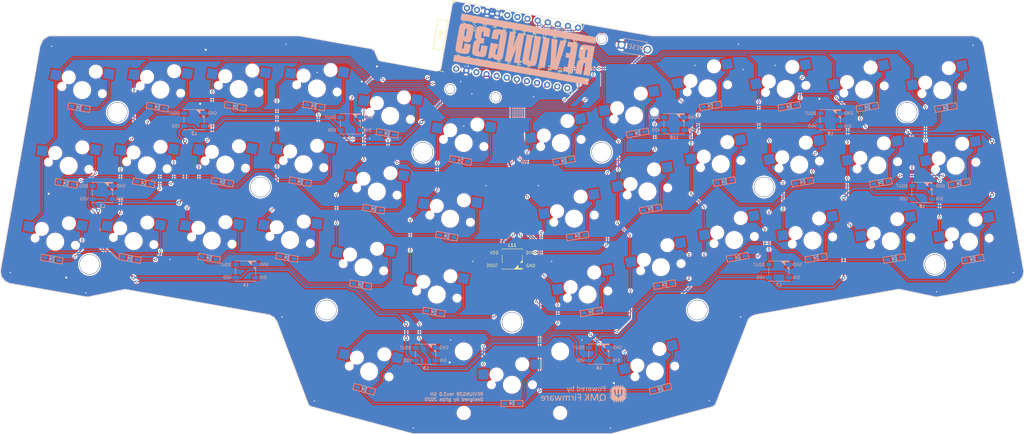
<source format=kicad_pcb>
(kicad_pcb (version 20221018) (generator pcbnew)
  (title_block (title "REVIUNG39") (date "2020-07-29") (rev "2.0"))
  (layers (0 "F.Cu" signal) (31 "B.Cu" signal) (34 "B.Paste" user) (35 "F.Paste" user) (36 "B.SilkS" user "B.Silkscreen") (37 "F.SilkS" user "F.Silkscreen") (38 "B.Mask" user) (39 "F.Mask" user) (44 "Edge.Cuts" user))
  (net 0 "")
  (net 1 "Net-(D1-Pad2)")
  (net 2 "row0")
  (net 3 "Net-(D2-Pad2)")
  (net 4 "Net-(D3-Pad2)")
  (net 5 "Net-(D4-Pad2)")
  (net 6 "Net-(D5-Pad2)")
  (net 7 "Net-(D6-Pad2)")
  (net 8 "row1")
  (net 9 "Net-(D7-Pad2)")
  (net 10 "Net-(D8-Pad2)")
  (net 11 "Net-(D9-Pad2)")
  (net 12 "Net-(D10-Pad2)")
  (net 13 "Net-(D11-Pad2)")
  (net 14 "Net-(D12-Pad2)")
  (net 15 "row2")
  (net 16 "Net-(D13-Pad2)")
  (net 17 "Net-(D14-Pad2)")
  (net 18 "Net-(D15-Pad2)")
  (net 19 "Net-(D16-Pad2)")
  (net 20 "Net-(D17-Pad2)")
  (net 21 "Net-(D18-Pad2)")
  (net 22 "row3")
  (net 23 "Net-(D19-Pad2)")
  (net 24 "Net-(D20-Pad2)")
  (net 25 "Net-(D21-Pad2)")
  (net 26 "Net-(D22-Pad2)")
  (net 27 "Net-(D23-Pad2)")
  (net 28 "Net-(D24-Pad2)")
  (net 29 "row4")
  (net 30 "Net-(D25-Pad2)")
  (net 31 "Net-(D26-Pad2)")
  (net 32 "Net-(D27-Pad2)")
  (net 33 "Net-(D28-Pad2)")
  (net 34 "Net-(D29-Pad2)")
  (net 35 "Net-(D30-Pad2)")
  (net 36 "row5")
  (net 37 "Net-(D31-Pad2)")
  (net 38 "Net-(D32-Pad2)")
  (net 39 "Net-(D33-Pad2)")
  (net 40 "Net-(D34-Pad2)")
  (net 41 "Net-(D35-Pad2)")
  (net 42 "Net-(D36-Pad2)")
  (net 43 "row6")
  (net 44 "Net-(D37-Pad2)")
  (net 45 "Net-(D38-Pad2)")
  (net 46 "Net-(D39-Pad2)")
  (net 47 "LED")
  (net 48 "VCC")
  (net 49 "GND")
  (net 50 "col0")
  (net 51 "col1")
  (net 52 "col2")
  (net 53 "col3")
  (net 54 "col4")
  (net 55 "col5")
  (net 56 "reset")
  (net 57 "Net-(L1-Pad2)")
  (net 58 "Net-(L2-Pad2)")
  (net 59 "Net-(L3-Pad2)")
  (net 60 "Net-(L4-Pad2)")
  (net 61 "Net-(L5-Pad2)")
  (net 62 "Net-(L6-Pad2)")
  (net 63 "Net-(L7-Pad2)")
  (net 64 "Net-(L8-Pad2)")
  (net 65 "Net-(L10-Pad4)")
  (net 66 "Net-(L10-Pad2)")
  (footprint "_reviung-kbd:MXOnly-1U-Hotswap" (layer "F.Cu") (at 38.28 72.1 -10)
    (fp_text reference "SW1")
    (fp_text value "SW_PUSH")
  )
  (footprint "_reviung-kbd:MXOnly-1U-Hotswap" (layer "F.Cu") (at 57.67 71.99 -10)
    (fp_text reference "SW2")
    (fp_text value "SW_PUSH")
  )
  (footprint "_reviung-kbd:MXOnly-1U-Hotswap" (layer "F.Cu") (at 77.02 71.83 -10)
    (fp_text reference "SW3")
    (fp_text value "SW_PUSH")
  )
  (footprint "_reviung-kbd:MXOnly-1U-Hotswap" (layer "F.Cu") (at 96.39 71.69 -10)
    (fp_text reference "SW4")
    (fp_text value "SW_PUSH")
  )
  (footprint "_reviung-kbd:MXOnly-1U-Hotswap" (layer "F.Cu") (at 114.54 78.48 -10)
    (fp_text reference "SW5")
    (fp_text value "SW_PUSH")
  )
  (footprint "_reviung-kbd:MXOnly-1U-Hotswap" (layer "F.Cu") (at 132.71 85.19 -10)
    (fp_text reference "SW6")
    (fp_text value "SW_PUSH")
  )
  (footprint "_reviung-kbd:MXOnly-1U-Hotswap" (layer "F.Cu") (at 34.95 90.83 -10)
    (fp_text reference "SW7")
    (fp_text value "SW_PUSH")
  )
  (footprint "_reviung-kbd:MXOnly-1U-Hotswap" (layer "F.Cu") (at 54.31 90.71 -10)
    (fp_text reference "SW8")
    (fp_text value "SW_PUSH")
  )
  (footprint "_reviung-kbd:MXOnly-1U-Hotswap" (layer "F.Cu") (at 73.71 90.55 -10)
    (fp_text reference "SW9")
    (fp_text value "SW_PUSH")
  )
  (footprint "_reviung-kbd:MXOnly-1U-Hotswap" (layer "F.Cu") (at 93.07 90.44 -10)
    (fp_text reference "SW10")
    (fp_text value "SW_PUSH")
  )
  (footprint "_reviung-kbd:MXOnly-1U-Hotswap" (layer "F.Cu") (at 111.22 97.22 -10)
    (fp_text reference "SW11")
    (fp_text value "SW_PUSH")
  )
  (footprint "_reviung-kbd:MXOnly-1U-Hotswap" (layer "F.Cu") (at 129.37 103.94 -10)
    (fp_text reference "SW12")
    (fp_text value "SW_PUSH")
  )
  (footprint "_reviung-kbd:MXOnly-1U-Hotswap" (layer "F.Cu") (at 31.63 109.62 -10)
    (fp_text reference "SW13")
    (fp_text value "SW_PUSH")
  )
  (footprint "_reviung-kbd:MXOnly-1U-Hotswap" (layer "F.Cu") (at 51.03 109.46 -10)
    (fp_text reference "SW14")
    (fp_text value "SW_PUSH")
  )
  (footprint "_reviung-kbd:MXOnly-1U-Hotswap" (layer "F.Cu") (at 70.37 109.35 -10)
    (fp_text reference "SW15")
    (fp_text value "SW_PUSH")
  )
  (footprint "_reviung-kbd:MXOnly-1U-Hotswap" (layer "F.Cu") (at 89.75462 109.198371 -10)
    (fp_text reference "SW16")
    (fp_text value "SW_PUSH")
  )
  (footprint "_reviung-kbd:MXOnly-1U-Hotswap" (layer "F.Cu") (at 107.91 115.95 -10)
    (fp_text reference "SW17")
    (fp_text value "SW_PUSH")
  )
  (footprint "_reviung-kbd:MXOnly-1U-Hotswap" (layer "F.Cu") (at 126.06 122.71 -10)
    (fp_text reference "SW18")
    (fp_text value "SW_PUSH")
  )
  (footprint "_reviung-kbd:MXOnly-1U-Hotswap" (layer "F.Cu") (at 156.77 85.19 10)
    (fp_text reference "SW19")
    (fp_text value "SW_PUSH")
  )
  (footprint "_reviung-kbd:MXOnly-1U-Hotswap" (layer "F.Cu") (at 174.92 78.41 10)
    (fp_text reference "SW20")
    (fp_text value "SW_PUSH")
  )
  (footprint "_reviung-kbd:MXOnly-1U-Hotswap" (layer "F.Cu") (at 193.05 71.67 10)
    (fp_text reference "SW21")
    (fp_text value "SW_PUSH")
  )
  (footprint "_reviung-kbd:MXOnly-1U-Hotswap" (layer "F.Cu") (at 212.44 71.81 10)
    (fp_text reference "SW22")
    (fp_text value "SW_PUSH")
  )
  (footprint "_reviung-kbd:MXOnly-1U-Hotswap" (layer "F.Cu") (at 231.81 71.94 10)
    (fp_text reference "SW23")
    (fp_text value "SW_PUSH")
  )
  (footprint "_reviung-kbd:MXOnly-1U-Hotswap" (layer "F.Cu") (at 251.15 72.1 10)
    (fp_text reference "SW24")
    (fp_text value "SW_PUSH")
  )
  (footprint "_reviung-kbd:MXOnly-1U-Hotswap" (layer "F.Cu") (at 160.04 103.92 10)
    (fp_text reference "SW25")
    (fp_text value "SW_PUSH")
  )
  (footprint "_reviung-kbd:MXOnly-1U-Hotswap" (layer "F.Cu") (at 178.21 97.18 10)
    (fp_text reference "SW26")
    (fp_text value "SW_PUSH")
  )
  (footprint "_reviung-kbd:MXOnly-1U-Hotswap" (layer "F.Cu") (at 196.34 90.41 10)
    (fp_text reference "SW27")
    (fp_text value "SW_PUSH")
  )
  (footprint "_reviung-kbd:MXOnly-1U-Hotswap" (layer "F.Cu") (at 215.77 90.55 10)
    (fp_text reference "SW28")
    (fp_text value "SW_PUSH")
  )
  (footprint "_reviung-kbd:MXOnly-1U-Hotswap" (layer "F.Cu") (at 235.1 90.71 10)
    (fp_text reference "SW29")
    (fp_text value "SW_PUSH")
  )
  (footprint "_reviung-kbd:MXOnly-1U-Hotswap" (layer "F.Cu") (at 254.49 90.83 10)
    (fp_text reference "SW30")
    (fp_text value "SW_PUSH")
  )
  (footprint "_reviung-kbd:MXOnly-1U-Hotswap" (layer "F.Cu") (at 163.39 122.69 10)
    (fp_text reference "SW31")
    (fp_text value "SW_PUSH")
  )
  (footprint "_reviung-kbd:MXOnly-1U-Hotswap" (layer "F.Cu") (at 181.52 115.93 10)
    (fp_text reference "SW32")
    (fp_text value "SW_PUSH")
  )
  (footprint "_reviung-kbd:MXOnly-1U-Hotswap" (layer "F.Cu") (at 199.67 109.21 10)
    (fp_text reference "SW33")
    (fp_text value "SW_PUSH")
  )
  (footprint "_reviung-kbd:MXOnly-1U-Hotswap" (layer "F.Cu") (at 219.06 109.32 10)
    (fp_text reference "SW34")
    (fp_text value "SW_PUSH")
  )
  (footprint "_reviung-kbd:MXOnly-1U-Hotswap" (layer "F.Cu") (at 238.41 109.48 10)
    (fp_text reference "SW35")
    (fp_text value "SW_PUSH")
  )
  (footprint "_reviung-kbd:MXOnly-1U-Hotswap" (layer "F.Cu") (at 257.78 109.62 10)
    (fp_text reference "SW36")
    (fp_text value "SW_PUSH")
  )
  (footprint "_reviung-kbd:MXOnly-1U-Hotswap" (layer "F.Cu") (at 109.316184 141.747185 -15)
    (fp_text reference "SW37")
    (fp_text value "SW_PUSH")
  )
  (footprint "_reviung-kbd:ProMicro" (layer "F.Cu") (at 146.45 61.82 80)
    (fp_text reference "U1" hide)
    (fp_text value "ProMicro" hide)
  )
  (footprint "_reviung-kbd:LED_WS2812B_PLCC4_5.0x5.0mm_P3.2mm" (layer "F.Cu") (at 144.75 113.91)
    (fp_text reference "L11")
    (fp_text value "WS2812B")
  )
  (footprint "_reviung-kbd:HOLE" (layer "F.Cu") (at 47.01 77.59)
    (fp_text reference "H1")
    (fp_text value "H1")
  )
  (footprint "_reviung-kbd:HOLE" (layer "F.Cu") (at 40.13 115.24)
    (fp_text reference "H2")
    (fp_text value "H2")
  )
  (footprint "_reviung-kbd:HOLE" (layer "F.Cu") (at 82.4 96.1)
    (fp_text reference "H3")
    (fp_text value "H3")
  )
  (footprint "_reviung-kbd:HOLE" (layer "F.Cu") (at 98.77 126.53)
    (fp_text reference "H4")
    (fp_text value "H4")
  )
  (footprint "_reviung-kbd:HOLE" (layer "F.Cu") (at 144.66 129.53)
    (fp_text reference "H6")
    (fp_text value "H6")
  )
  (footprint "_reviung-kbd:HOLE" (layer "F.Cu") (at 190.56 126.53)
    (fp_text reference "H8")
    (fp_text value "H8")
  )
  (footprint "_reviung-kbd:HOLE" (layer "F.Cu") (at 207.05 96.09)
    (fp_text reference "H9")
    (fp_text value "H9")
  )
  (footprint "_reviung-kbd:HOLE" (layer "F.Cu") (at 249.32 115.24)
    (fp_text reference "H10")
    (fp_text value "H10")
  )
  (footprint "_reviung-kbd:HOLE" (layer "F.Cu") (at 242.47 77.58)
    (fp_text reference "H11")
    (fp_text value "H11")
  )
  (footprint "_reviung-kbd:HOLE" (layer "F.Cu") (at 166.84 87.48)
    (fp_text reference "H7")
    (fp_text value "H7")
  )
  (footprint "_reviung-kbd:HOLE" (layer "F.Cu") (at 122.62 87.48)
    (fp_text reference "H5")
    (fp_text value "H5")
  )
  (footprint "_reviung-kbd:HOLE_2.2mm" (layer "F.Cu") (at 166.93 59.42)
    (fp_text reference "H14")
    (fp_text value "H14")
  )
  (footprint "_reviung-kbd:HOLE_2.2mm" (layer "F.Cu") (at 140.63 73.86)
    (fp_text reference "H13")
    (fp_text value "H13")
  )
  (footprint "_reviung-kbd:HOLE_2.2mm" (layer "F.Cu") (at 129.39 71.86)
    (fp_text reference "H12")
    (fp_text value "H12")
  )
  (footprint "_reviung-kbd:MXOnly-2U-Hotswap-ReversedStabilizers" (layer "F.Cu") (at 144.668 145.03)
    (fp_text reference "SW38")
    (fp_text value "SW_2U_PUSH")
  )
  (footprint "_reviung-kbd:MXOnly-1U-Hotswap" (layer "F.Cu") (at 180.041862 141.728924 15)
    (fp_text reference "SW39")
    (fp_text value "SW_PUSH")
  )
  (footprint "_reviung-kbd:D3_SMD_1side" (layer "B.Cu") (at 37.5 76.43 -10)
    (fp_text reference "D1" hide)
    (fp_text value "1N4148W" hide)
  )
  (footprint "_reviung-kbd:D3_SMD_1side" (layer "B.Cu") (at 56.92 76.32 -10)
    (fp_text reference "D2" hide)
    (fp_text value "1N4148W" hide)
  )
  (footprint "_reviung-kbd:D3_SMD_1side" (layer "B.Cu") (at 76.24 76.13 -10)
    (fp_text reference "D3" hide)
    (fp_text value "1N4148W" hide)
  )
  (footprint "_reviung-kbd:D3_SMD_1side" (layer "B.Cu") (at 95.65 76.03 -10)
    (fp_text reference "D4" hide)
    (fp_text value "1N4148W" hide)
  )
  (footprint "_reviung-kbd:D3_SMD_1side" (layer "B.Cu") (at 113.8 82.82 -10)
    (fp_text reference "D5" hide)
    (fp_text value "1N4148W" hide)
  )
  (footprint "_reviung-kbd:D3_SMD_1side" (layer "B.Cu") (at 131.94 89.52 -10)
    (fp_text reference "D6" hide)
    (fp_text value "1N4148W" hide)
  )
  (footprint "_reviung-kbd:D3_SMD_1side" (layer "B.Cu") (at 34.32 95.19 -10)
    (fp_text reference "D7" hide)
    (fp_text value "1N4148W" hide)
  )
  (footprint "_reviung-kbd:D3_SMD_1side" (layer "B.Cu") (at 53.55 95.04 -10)
    (fp_text reference "D8" hide)
    (fp_text value "1N4148W" hide)
  )
  (footprint "_reviung-kbd:D3_SMD_1side" (layer "B.Cu") (at 73.01 94.89 -10)
    (fp_text reference "D9" hide)
    (fp_text value "1N4148W" hide)
  )
  (footprint "_reviung-kbd:D3_SMD_1side" (layer "B.Cu") (at 92.27 94.77 -10)
    (fp_text reference "D10" hide)
    (fp_text value "1N4148W" hide)
  )
  (footprint "_reviung-kbd:D3_SMD_1side" (layer "B.Cu") (at 110.45 101.55 -10)
    (fp_text reference "D11" hide)
    (fp_text value "1N4148W" hide)
  )
  (footprint "_reviung-kbd:D3_SMD_1side" (layer "B.Cu") (at 128.53 108.25 -10)
    (fp_text reference "D12" hide)
    (fp_text value "1N4148W" hide)
  )
  (footprint "_reviung-kbd:D3_SMD_1side" (layer "B.Cu") (at 30.78 113.94 -10)
    (fp_text reference "D13" hide)
    (fp_text value "1N4148W" hide)
  )
  (footprint "_reviung-kbd:D3_SMD_1side" (layer "B.Cu") (at 50.14 113.77 -10)
    (fp_text reference "D14" hide)
    (fp_text value "1N4148W" hide)
  )
  (footprint "_reviung-kbd:D3_SMD_1side" (layer "B.Cu") (at 69.71 113.7 -10)
    (fp_text reference "D15" hide)
    (fp_text value "1N4148W" hide)
  )
  (footprint "_reviung-kbd:D3_SMD_1side" (layer "B.Cu") (at 88.96 113.53 -10)
    (fp_text reference "D16" hide)
    (fp_text value "1N4148W" hide)
  )
  (footprint "_reviung-kbd:D3_SMD_1side" (layer "B.Cu") (at 107.22 120.3 -10)
    (fp_text reference "D17" hide)
    (fp_text value "1N4148W" hide)
  )
  (footprint "_reviung-kbd:D3_SMD_1side" (layer "B.Cu") (at 125.33 127.04 -10)
    (fp_text reference "D18" hide)
    (fp_text value "1N4148W" hide)
  )
  (footprint "_reviung-kbd:D3_SMD_1side" (layer "B.Cu") (at 157.53 89.53 10)
    (fp_text reference "D19" hide)
    (fp_text value "1N4148W" hide)
  )
  (footprint "_reviung-kbd:D3_SMD_1side" (layer "B.Cu") (at 175.78 82.71 10)
    (fp_text reference "D20" hide)
    (fp_text value "1N4148W" hide)
  )
  (footprint "_reviung-kbd:D3_SMD_1side" (layer "B.Cu") (at 193.8 76.01 10)
    (fp_text reference "D21" hide)
    (fp_text value "1N4148W" hide)
  )
  (footprint "_reviung-kbd:D3_SMD_1side" (layer "B.Cu") (at 213.28 76.11 10)
    (fp_text reference "D22" hide)
    (fp_text value "1N4148W" hide)
  )
  (footprint "_reviung-kbd:D3_SMD_1side" (layer "B.Cu") (at 232.63 76.31 10)
    (fp_text reference "D23" hide)
    (fp_text value "1N4148W" hide)
  )
  (footprint "_reviung-kbd:D3_SMD_1side" (layer "B.Cu") (at 252.04 76.41 10)
    (fp_text reference "D24" hide)
    (fp_text value "1N4148W" hide)
  )
  (footprint "_reviung-kbd:D3_SMD_1side" (layer "B.Cu") (at 160.91 108.21 10)
    (fp_text reference "D25" hide)
    (fp_text value "1N4148W" hide)
  )
  (footprint "_reviung-kbd:D3_SMD_1side" (layer "B.Cu") (at 179 101.52 10)
    (fp_text reference "D26" hide)
    (fp_text value "1N4148W" hide)
  )
  (footprint "_reviung-kbd:D3_SMD_1side" (layer "B.Cu") (at 197.22 94.73 10)
    (fp_text reference "D27" hide)
    (fp_text value "1N4148W" hide)
  )
  (footprint "_reviung-kbd:D3_SMD_1side" (layer "B.Cu") (at 216.59 94.86 10)
    (fp_text reference "D28" hide)
    (fp_text value "1N4148W" hide)
  )
  (footprint "_reviung-kbd:D3_SMD_1side" (layer "B.Cu") (at 235.97 95.03 10)
    (fp_text reference "D29" hide)
    (fp_text value "1N4148W" hide)
  )
  (footprint "_reviung-kbd:D3_SMD_1side" (layer "B.Cu") (at 255.35 95.16 10)
    (fp_text reference "D30" hide)
    (fp_text value "1N4148W" hide)
  )
  (footprint "_reviung-kbd:D3_SMD_1side" (layer "B.Cu") (at 164.29 126.99 10)
    (fp_text reference "D31" hide)
    (fp_text value "1N4148W" hide)
  )
  (footprint "_reviung-kbd:D3_SMD_1side" (layer "B.Cu") (at 182.44 120.24 10)
    (fp_text reference "D32" hide)
    (fp_text value "1N4148W" hide)
  )
  (footprint "_reviung-kbd:D3_SMD_1side" (layer "B.Cu") (at 200.53 113.48 10)
    (fp_text reference "D33" hide)
    (fp_text value "1N4148W" hide)
  )
  (footprint "_reviung-kbd:D3_SMD_1side" (layer "B.Cu") (at 219.94 113.64 10)
    (fp_text reference "D34" hide)
    (fp_text value "1N4148W" hide)
  )
  (footprint "_reviung-kbd:D3_SMD_1side" (layer "B.Cu") (at 239.32 113.78 10)
    (fp_text reference "D35" hide)
    (fp_text value "1N4148W" hide)
  )
  (footprint "_reviung-kbd:D3_SMD_1side" (layer "B.Cu") (at 258.73 113.94 10)
    (fp_text reference "D36" hide)
    (fp_text value "1N4148W" hide)
  )
  (footprint "_reviung-kbd:D3_SMD_1side" (layer "B.Cu") (at 108.085482 146.140596 -15)
    (fp_text reference "D37" hide)
    (fp_text value "1N4148W" hide)
  )
  (footprint "_reviung-kbd:D3_SMD_1side" (layer "B.Cu") (at 144.668 149.67)
    (fp_text reference "D38" hide)
    (fp_text value "1N4148W" hide)
  )
  (footprint "_reviung-kbd:D3_SMD_1side" (layer "B.Cu") (at 181.414518 146.040596 15)
    (fp_text reference "D39" hide)
    (fp_text value "1N4148W" hide)
  )
  (footprint "_reviung-kbd:ResetSW_1side" (layer "B.Cu") (at 175 61.5 -10)
    (fp_text reference "RESET1" hide)
    (fp_text value "SW_PUSH" hide)
  )
  (footprint "_reviung-kbd:LED_WS2812B_PLCC4_5.0x5.0mm_P3.2mm" (layer "B.Cu") (at 104.68 80.45)
    (fp_text reference "L1")
    (fp_text value "WS2812B")
  )
  (footprint "_reviung-kbd:LED_WS2812B_PLCC4_5.0x5.0mm_P3.2mm" (layer "B.Cu") (at 65.99 79.43)
    (fp_text reference "L2")
    (fp_text value "WS2812B")
  )
  (footprint "_reviung-kbd:LED_WS2812B_PLCC4_5.0x5.0mm_P3.2mm" (layer "B.Cu") (at 43.32 97.45)
    (fp_text reference "L3")
    (fp_text value "WS2812B")
  )
  (footprint "_reviung-kbd:LED_WS2812B_PLCC4_5.0x5.0mm_P3.2mm" (layer "B.Cu") (at 78.76 116.91)
    (fp_text reference "L4")
    (fp_text value "WS2812B")
  )
  (footprint "_reviung-kbd:LED_WS2812B_PLCC4_5.0x5.0mm_P3.2mm" (layer "B.Cu") (at 123.31 137.46)
    (fp_text reference "L5")
    (fp_text value "WS2812B")
  )
  (footprint "_reviung-kbd:LED_WS2812B_PLCC4_5.0x5.0mm_P3.2mm" (layer "B.Cu") (at 166.19 137.44)
    (fp_text reference "L6")
    (fp_text value "WS2812B")
  )
  (footprint "_reviung-kbd:LED_WS2812B_PLCC4_5.0x5.0mm_P3.2mm" (layer "B.Cu") (at 210.74 116.91)
    (fp_text reference "L7")
    (fp_text value "WS2812B")
  )
  (footprint "_reviung-kbd:LED_WS2812B_PLCC4_5.0x5.0mm_P3.2mm" (layer "B.Cu") (at 246.15 97.44)
    (fp_text reference "L8")
    (fp_text value "WS2812B")
  )
  (footprint "_reviung-kbd:LED_WS2812B_PLCC4_5.0x5.0mm_P3.2mm" (layer "B.Cu") (at 223.47 79.45)
    (fp_text reference "L9")
    (fp_text value "WS2812B")
  )
  (footprint "_reviung-kbd:LED_WS2812B_PLCC4_5.0x5.0mm_P3.2mm" (layer "B.Cu") (at 184.78 80.44)
    (fp_text reference "L10")
    (fp_text value "WS2812B")
  )
  (footprint "_reviung-kbd:QMK-x4-ver1" (layer "B.Cu") (at 162.5 147.25 180)
    (fp_text reference "G***" hide)
    (fp_text value "LOGO" hide)
  )
  (footprint "_reviung-kbd:REVIUNG39-B-logo" (layer "B.Cu") (at 147.85 62.01 170)
    (fp_text reference "G***" hide)
    (fp_text value "LOGO" hide)
  )
  (gr_curve (pts (xy 91.926937 58.586161) (xy 91.926937 58.586161) (xy 30.819453 58.586037) (xy 30.819453 58.586037)) (stroke (width 0.1)) (layer "Edge.Cuts"))
  (gr_curve (pts (xy 112.197307 64.849464) (xy 111.867528 64.790706) (xy 111.589072 64.570734) (xy 111.45557 64.263514)) (stroke (width 0.1)) (layer "Edge.Cuts"))
  (gr_curve (pts (xy 40.057782 123.306981) (xy 40.057782 123.306981) (xy 48.518866 121.522683) (xy 48.518866 121.522683)) (stroke (width 0.1)) (layer "Edge.Cuts"))
  (gr_curve (pts (xy 179.309213 58.586161) (xy 179.309213 58.586161) (xy 130.95775 50.129399) (xy 130.95775 50.129399)) (stroke (width 0.1)) (layer "Edge.Cuts"))
  (gr_curve (pts (xy 49.283964 121.510934) (xy 49.283964 121.510934) (xy 84.190553 127.682204) (xy 84.190553 127.682204)) (stroke (width 0.1)) (layer "Edge.Cuts"))
  (gr_curve (pts (xy 268.870324 120.009351) (xy 270.502241 119.721859) (xy 271.592012 118.165739) (xy 271.30425 116.533869)) (stroke (width 0.1)) (layer "Edge.Cuts"))
  (gr_curve (pts (xy 27.865284 61.063621) (xy 27.865284 61.063621) (xy 18.056178 116.532244) (xy 18.056178 116.532244)) (stroke (width 0.1)) (layer "Edge.Cuts"))
  (gr_curve (pts (xy 250.080951 123.319451) (xy 250.080951 123.319451) (xy 268.870324 120.009351) (xy 268.870324 120.009351)) (stroke (width 0.1)) (layer "Edge.Cuts"))
  (gr_curve (pts (xy 129.799273 50.940608) (xy 129.799273 50.940608) (xy 127.06 66.48) (xy 127.06 66.48)) (stroke (width 0.1)) (layer "Edge.Cuts"))
  (gr_curve (pts (xy 169.30724 157.186969) (xy 169.30724 157.186969) (xy 194.446994 150.455922) (xy 194.446994 150.455922)) (stroke (width 0.1)) (layer "Edge.Cuts"))
  (gr_curve (pts (xy 205.196586 127.682411) (xy 205.196586 127.682411) (xy 240.135505 121.508622) (xy 240.135505 121.508622)) (stroke (width 0.1)) (layer "Edge.Cuts"))
  (gr_curve (pts (xy 120.120578 157.186969) (xy 120.120578 157.186969) (xy 169.30724 157.186969) (xy 169.30724 157.186969)) (stroke (width 0.1)) (layer "Edge.Cuts"))
  (gr_curve (pts (xy 240.135505 121.508622) (xy 240.389374 121.46331) (xy 240.649612 121.467522) (xy 240.901882 121.521028)) (stroke (width 0.1)) (layer "Edge.Cuts"))
  (gr_curve (pts (xy 110.625735 62.353863) (xy 110.492098 62.046332) (xy 110.213224 61.826247) (xy 109.883055 61.767746)) (stroke (width 0.1)) (layer "Edge.Cuts"))
  (gr_curve (pts (xy 20.490291 120.009241) (xy 20.490291 120.009241) (xy 39.298392 123.319743) (xy 39.298392 123.319743)) (stroke (width 0.1)) (layer "Edge.Cuts"))
  (gr_curve (pts (xy 18.056178 116.532244) (xy 17.767492 118.164707) (xy 18.857597 119.721863) (xy 20.490291 120.009241)) (stroke (width 0.1)) (layer "Edge.Cuts"))
  (gr_curve (pts (xy 30.819453 58.586037) (xy 29.364134 58.586034) (xy 28.118711 59.630537) (xy 27.865284 61.063621)) (stroke (width 0.1)) (layer "Edge.Cuts"))
  (gr_curve (pts (xy 84.190553 127.682204) (xy 85.226991 127.86544) (xy 86.091601 128.578419) (xy 86.468894 129.560982)) (stroke (width 0.1)) (layer "Edge.Cuts"))
  (gr_curve (pts (xy 261.522959 61.065182) (xy 261.270133 59.631435) (xy 260.024409 58.586161) (xy 258.568542 58.586161)) (stroke (width 0.1)) (layer "Edge.Cuts"))
  (gr_curve (pts (xy 109.883055 61.767746) (xy 109.883055 61.767746) (xy 91.926937 58.586161) (xy 91.926937 58.586161)) (stroke (width 0.1)) (layer "Edge.Cuts"))
  (gr_curve (pts (xy 127.06 66.48) (xy 126.963997 67.024605) (xy 126.444201 67.387896) (xy 125.899772 67.290892)) (stroke (width 0.1)) (layer "Edge.Cuts"))
  (gr_curve (pts (xy 111.45557 64.263514) (xy 111.45557 64.263514) (xy 110.625735 62.353863) (xy 110.625735 62.353863)) (stroke (width 0.1)) (layer "Edge.Cuts"))
  (gr_curve (pts (xy 258.568542 58.586161) (xy 258.568542 58.586161) (xy 179.309213 58.586161) (xy 179.309213 58.586161)) (stroke (width 0.1)) (layer "Edge.Cuts"))
  (gr_curve (pts (xy 39.298392 123.319743) (xy 39.550014 123.364032) (xy 39.807791 123.3597) (xy 40.057782 123.306981)) (stroke (width 0.1)) (layer "Edge.Cuts"))
  (gr_curve (pts (xy 86.468894 129.560982) (xy 86.468894 129.560982) (xy 94.260214 149.851447) (xy 94.260214 149.851447)) (stroke (width 0.1)) (layer "Edge.Cuts"))
  (gr_curve (pts (xy 48.518866 121.522683) (xy 48.770765 121.469561) (xy 49.030552 121.465572) (xy 49.283964 121.510934)) (stroke (width 0.1)) (layer "Edge.Cuts"))
  (gr_curve (pts (xy 195.120863 149.851106) (xy 195.120863 149.851106) (xy 202.918261 129.56051) (xy 202.918261 129.56051)) (stroke (width 0.1)) (layer "Edge.Cuts"))
  (gr_curve (pts (xy 194.446994 150.455922) (xy 194.755254 150.373387) (xy 195.005611 150.148685) (xy 195.120863 149.851106)) (stroke (width 0.1)) (layer "Edge.Cuts"))
  (gr_curve (pts (xy 130.95775 50.129399) (xy 130.413833 50.033488) (xy 129.895155 50.396685) (xy 129.799273 50.940608)) (stroke (width 0.1)) (layer "Edge.Cuts"))
  (gr_curve (pts (xy 125.899772 67.290892) (xy 125.899772 67.290892) (xy 112.197307 64.849464) (xy 112.197307 64.849464)) (stroke (width 0.1)) (layer "Edge.Cuts"))
  (gr_curve (pts (xy 94.260214 149.851447) (xy 94.375658 150.148825) (xy 94.626053 150.373281) (xy 94.934235 150.455646)) (stroke (width 0.1)) (layer "Edge.Cuts"))
  (gr_curve (pts (xy 94.934235 150.455646) (xy 94.934235 150.455646) (xy 120.120578 157.186969) (xy 120.120578 157.186969)) (stroke (width 0.1)) (layer "Edge.Cuts"))
  (gr_curve (pts (xy 271.30425 116.533869) (xy 271.30425 116.533869) (xy 261.522959 61.065182) (xy 261.522959 61.065182)) (stroke (width 0.1)) (layer "Edge.Cuts"))
  (gr_curve (pts (xy 249.318996 123.30626) (xy 249.569788 123.359452) (xy 249.828468 123.36393) (xy 250.080951 123.319451)) (stroke (width 0.1)) (layer "Edge.Cuts"))
  (gr_curve (pts (xy 202.918261 129.56051) (xy 203.295743 128.578215) (xy 204.160311 127.865523) (xy 205.196586 127.682411)) (stroke (width 0.1)) (layer "Edge.Cuts"))
  (gr_curve (pts (xy 240.901882 121.521028) (xy 240.901882 121.521028) (xy 249.318996 123.30626) (xy 249.318996 123.30626)) (stroke (width 0.1)) (layer "Edge.Cuts"))
  (gr_text "REVIUNG39 rev2.0 GH\nDesigned by gtips 2020" (at 137.64 148) (layer "B.SilkS") (effects (font (size 0.8 0.8)) (justify left mirror)))
  (segment (start 44.91538 68.111629) (end 44.91538 74.08462) (width 0.2) (layer "B.Cu") (net 1))
  (segment (start 44.91538 74.08462) (end 42.261774 76.738226) (width 0.2) (layer "B.Cu") (net 1))
  (segment (start 44.91538 68.111629) (end 44.888371 68.111629) (width 0.2) (layer "B.Cu") (net 1))
  (segment (start 42.261774 76.738226) (end 39.248034 76.738226) (width 0.2) (layer "B.Cu") (net 1))
  (segment (start 145.079184 71.271352) (end 145.079184 89.670816) (width 0.2) (layer "F.Cu") (net 2))
  (segment (start 142.563186 70.25) (end 144.057832 70.25) (width 0.2) (layer "F.Cu") (net 2))
  (segment (start 145.079184 89.670816) (end 144.75 90) (width 0.2) (layer "F.Cu") (net 2))
  (segment (start 98.75 84.25) (end 97.25 82.75) (width 0.2) (layer "F.Cu") (net 2))
  (segment (start 114 87.75) (end 116.25 90) (width 0.2) (layer "F.Cu") (net 2))
  (segment (start 114 84.5) (end 114 87.75) (width 0.2) (layer "F.Cu") (net 2))
  (segment (start 144.057832 70.25) (end 145.079184 71.271352) (width 0.2) (layer "F.Cu") (net 2))
  (segment (start 97.25 82.75) (end 97.5 83) (width 0.2) (layer "F.Cu") (net 2))
  (segment (start 96.75 82.25) (end 97.25 82.75) (width 0.2) (layer "F.Cu") (net 2))
  (segment (start 140.876381 68.563195) (end 142.563186 70.25) (width 0.2) (layer "F.Cu") (net 2))
  (segment (start 96.75 78.25) (end 96.75 82.25) (width 0.2) (layer "F.Cu") (net 2))
  (segment (start 105.25 84.25) (end 98.75 84.25) (width 0.2) (layer "F.Cu") (net 2))
  (via (at 96.75 78.25) (size 0.6) (drill 0.3) (layers "F.Cu" "B.Cu") (net 2))
  (via (at 105.25 84.25) (size 0.6) (drill 0.3) (layers "F.Cu" "B.Cu") (net 2))
  (via (at 144.75 90) (size 0.6) (drill 0.3) (layers "F.Cu" "B.Cu") (net 2))
  (via (at 116.25 90) (size 0.6) (drill 0.3) (layers "F.Cu" "B.Cu") (net 2))
  (via (at 114 84.5) (size 0.6) (drill 0.3) (layers "F.Cu" "B.Cu") (net 2))
  (segment (start 92.278226 75.721774) (end 93.901966 75.721774) (width 0.2) (layer "B.Cu") (net 2))
  (segment (start 131.5 89.141993) (end 130.261747 89.141993) (width 0.2) (layer "B.Cu") (net 2))
  (segment (start 74.491966 75.741966) (end 73.25 74.5) (width 0.2) (layer "B.Cu") (net 2))
  (segment (start 94.471774 75.721774) (end 96.75 78) (width 0.2) (layer "B.Cu") (net 2))
  (segment (start 55.171966 76.011774) (end 54.238226 76.011774) (width 0.2) (layer "B.Cu") (net 2))
  (segment (start 61.491109 77.508891) (end 64.5 74.5) (width 0.2) (layer "B.Cu") (net 2))
  (segment (start 74.491966 75.821774) (end 75.989083 77.318891) (width 0.2) (layer "B.Cu") (net 2))
  (segment (start 93.901966 75.721774) (end 94.471774 75.721774) (width 0.2) (layer "B.Cu") (net 2))
  (segment (start 133.066898 90.708891) (end 144.041109 90.708891) (width 0.2) (layer "B.Cu") (net 2))
  (segment (start 127.65374 91.75) (end 130.191966 89.211774) (width 0.2) (layer "B.Cu") (net 2))
  (segment (start 116.25 90) (end 118.75 90) (width 0.2) (layer "B.Cu") (net 2))
  (segment (start 112.051966 82.551966) (end 114 84.5) (width 0.2) (layer "B.Cu") (net 2))
  (segment (start 54.238226 76.011774) (end 48.75 81.5) (width 0.2) (layer "B.Cu") (net 2))
  (segment (start 144.041109 90.708891) (end 144.75 90) (width 0.2) (layer "B.Cu") (net 2))
  (segment (start 48.75 81.5) (end 38.75 81.5) (width 0.2) (layer "B.Cu") (net 2))
  (segment (start 56.669083 77.508891) (end 55.171966 76.011774) (width 0.2) (layer "B.Cu") (net 2))
  (segment (start 109.488226 82.511774) (end 107.75 84.25) (width 0.2) (layer "B.Cu") (net 2))
  (segment (start 133.066898 90.708891) (end 131.5 89.141993) (width 0.2) (layer "B.Cu") (net 2))
  (segment (start 38.75 81.5) (end 35.751966 78.501966) (width 0.2) (layer "B.Cu") (net 2))
  (segment (start 112.051966 82.511774) (end 109.488226 82.511774) (width 0.2) (layer "B.Cu") (net 2))
  (segment (start 74.491966 75.821774) (end 74.491966 75.741966) (width 0.2) (layer "B.Cu") (net 2))
  (segment (start 120.5 91.75) (end 127.65374 91.75) (width 0.2) (layer "B.Cu") (net 2))
  (segment (start 73.25 74.5) (end 64.5 74.5) (width 0.2) (layer "B.Cu") (net 2))
  (segment (start 90.681109 77.318891) (end 92.278226 75.721774) (width 0.2) (layer "B.Cu") (net 2))
  (segment (start 75.989083 77.318891) (end 90.681109 77.318891) (width 0.2) (layer "B.Cu") (net 2))
  (segment (start 118.75 90) (end 120.5 91.75) (width 0.2) (layer "B.Cu") (net 2))
  (segment (start 35.751966 78.501966) (end 35.751966 76.121774) (width 0.2) (layer "B.Cu") (net 2))
  (segment (start 130.261747 89.141993) (end 130.191966 89.211774) (width 0.2) (layer "B.Cu") (net 2))
  (segment (start 96.75 78) (end 96.75 78.25) (width 0.2) (layer "B.Cu") (net 2))
  (segment (start 56.669083 77.508891) (end 61.491109 77.508891) (width 0.2) (layer "B.Cu") (net 2))
  (segment (start 112.051966 82.511774) (end 112.051966 82.551966) (width 0.2) (layer "B.Cu") (net 2))
  (segment (start 107.75 84.25) (end 105.25 84.25) (width 0.2) (layer "B.Cu") (net 2))
  (segment (start 64.30538 68.001629) (end 64.30538 74.128922) (width 0.2) (layer "B.Cu") (net 3))
  (segment (start 61.325421 77.108881) (end 59.148689 77.108881) (width 0.2) (layer "B.Cu") (net 3))
  (segment (start 59.148689 77.108881) (end 58.668034 76.628226) (width 0.2) (layer "B.Cu") (net 3))
  (segment (start 64.30538 74.128922) (end 61.325421 77.108881) (width 0.2) (layer "B.Cu") (net 3))
  (segment (start 83.65538 67.841629) (end 83.65538 75.513501) (width 0.2) (layer "B.Cu") (net 4))
  (segment (start 83.65538 75.513501) (end 82.25 76.918881) (width 0.2) (layer "B.Cu") (net 4))
  (segment (start 78.468689 76.918881) (end 77.988034 76.438226) (width 0.2) (layer "B.Cu") (net 4))
  (segment (start 82.25 76.918881) (end 78.468689 76.918881) (width 0.2) (layer "B.Cu") (net 4))
  (segment (start 101.661774 76.338226) (end 97.398034 76.338226) (width 0.2) (layer "B.Cu") (net 5))
  (segment (start 103.02538 74.97462) (end 101.661774 76.338226) (width 0.2) (layer "B.Cu") (net 5))
  (segment (start 103.02538 67.701629) (end 103.02538 74.97462) (width 0.2) (layer "B.Cu") (net 5))
  (segment (start 118.414654 83.128226) (end 115.548034 83.128226) (width 0.2) (layer "B.Cu") (net 6))
  (segment (start 121.17538 74.491629) (end 121.17538 80.3675) (width 0.2) (layer "B.Cu") (net 6))
  (segment (start 121.17538 80.3675) (end 118.414654 83.128226) (width 0.2) (layer "B.Cu") (net 6))
  (segment (start 137.75 90.308881) (end 134.168689 90.308881) (width 0.2) (layer "B.Cu") (net 7))
  (segment (start 139.34538 88.713501) (end 137.75 90.308881) (width 0.2) (layer "B.Cu") (net 7))
  (segment (start 139.34538 81.201629) (end 139.34538 88.713501) (width 0.2) (layer "B.Cu") (net 7))
  (segment (start 134.168689 90.308881) (end 133.688034 89.828226) (width 0.2) (layer "B.Cu") (net 7))
  (segment (start 143.377792 69.004262) (end 145.479194 71.105664) (width 0.2) (layer "F.Cu") (net 8))
  (segment (start 145.479194 71.105664) (end 145.479194 107.520806) (width 0.2) (layer "F.Cu") (net 8))
  (segment (start 145.479194 107.520806) (end 145 108) (width 0.2) (layer "F.Cu") (net 8))
  (via (at 145 108) (size 0.6) (drill 0.3) (layers "F.Cu" "B.Cu") (net 8))
  (segment (start 54.018226 94.731774) (end 55.25 93.5) (width 0.2) (layer "B.Cu") (net 8))
  (segment (start 72.759083 96.078891) (end 76.921109 96.078891) (width 0.2) (layer "B.Cu") (net 8))
  (segment (start 70.180192 93.5) (end 71.261966 94.581774) (width 0.2) (layer "B.Cu") (net 8))
  (segment (start 143.561109 109.438891) (end 143.188891 109.438891) (width 0.2) (layer "B.Cu") (net 8))
  (segment (start 32.571966 94.881774) (end 33.95374 93.5) (width 0.2) (layer "B.Cu") (net 8))
  (segment (start 90.521966 94.461774) (end 90.711774 94.461774) (width 0.2) (layer "B.Cu") (net 8))
  (segment (start 108.701966 101.241774) (end 108.991774 101.241774) (width 0.2) (layer "B.Cu") (net 8))
  (segment (start 143.188891 109.438891) (end 128.279083 109.438891) (width 0.2) (layer "B.Cu") (net 8))
  (segment (start 128.279083 109.438891) (end 126.781966 107.941774) (width 0.2) (layer "B.Cu") (net 8))
  (segment (start 97.491774 101.241774) (end 108.701966 101.241774) (width 0.2) (layer "B.Cu") (net 8))
  (segment (start 115.691774 107.941774) (end 126.781966 107.941774) (width 0.2) (layer "B.Cu") (net 8))
  (segment (start 51.801966 94.731774) (end 54.018226 94.731774) (width 0.2) (layer "B.Cu") (net 8))
  (segment (start 76.921109 96.078891) (end 81 92) (width 0.2) (layer "B.Cu") (net 8))
  (segment (start 50.570192 93.5) (end 51.801966 94.731774) (width 0.2) (layer "B.Cu") (net 8))
  (segment (start 33.95374 93.5) (end 50.570192 93.5) (width 0.2) (layer "B.Cu") (net 8))
  (segment (start 90.521966 94.461774) (end 86.961774 94.461774) (width 0.2) (layer "B.Cu") (net 8))
  (segment (start 86.961774 94.461774) (end 84.5 92) (width 0.2) (layer "B.Cu") (net 8))
  (segment (start 143.311109 109.438891) (end 143.188891 109.438891) (width 0.2) (layer "B.Cu") (net 8))
  (segment (start 71.261966 94.581774) (end 72.759083 96.078891) (width 0.2) (layer "B.Cu") (net 8))
  (segment (start 90.711774 94.461774) (end 97.491774 101.241774) (width 0.2) (layer "B.Cu") (net 8))
  (segment (start 81 92) (end 84.5 92) (width 0.2) (layer "B.Cu") (net 8))
  (segment (start 55.25 93.5) (end 70.180192 93.5) (width 0.2) (layer "B.Cu") (net 8))
  (segment (start 145 108) (end 143.561109 109.438891) (width 0.2) (layer "B.Cu") (net 8))
  (segment (start 108.991774 101.241774) (end 115.691774 107.941774) (width 0.2) (layer "B.Cu") (net 8))
  (segment (start 39.75 94.5) (end 38 94.5) (width 0.2) (layer "F.Cu") (net 9))
  (segment (start 41.58538 92.66462) (end 39.75 94.5) (width 0.2) (layer "F.Cu") (net 9))
  (via (at 38 94.5) (size 0.6) (drill 0.3) (layers "F.Cu" "B.Cu") (net 9))
  (via (at 41.58538 92.66462) (size 0.6) (drill 0.3) (layers "F.Cu" "B.Cu") (net 9))
  (segment (start 36.068034 95.498226) (end 37.001774 95.498226) (width 0.2) (layer "B.Cu") (net 9))
  (segment (start 41.58538 86.841629) (end 41.58538 92.66462) (width 0.2) (layer "B.Cu") (net 9))
  (segment (start 41.58538 86.841629) (end 41.58538 87.41462) (width 0.2) (layer "B.Cu") (net 9))
  (segment (start 37.001774 95.498226) (end 38 94.5) (width 0.2) (layer "B.Cu") (net 9))
  (segment (start 60.94538 94.55462) (end 60.25 95.25) (width 0.2) (layer "F.Cu") (net 10))
  (segment (start 60.94538 89.94538) (end 60.94538 94.55462) (width 0.2) (layer "F.Cu") (net 10))
  (via (at 60.25 95.25) (size 0.6) (drill 0.3) (layers "F.Cu" "B.Cu") (net 10))
  (via (at 60.94538 89.94538) (size 0.6) (drill 0.3) (layers "F.Cu" "B.Cu") (net 10))
  (segment (start 55.39626 95.25) (end 55.298034 95.348226) (width 0.2) (layer "B.Cu") (net 10))
  (segment (start 60.25 95.25) (end 55.39626 95.25) (width 0.2) (layer "B.Cu") (net 10))
  (segment (start 60.94538 86.721629) (end 60.94538 87.30462) (width 0.2) (layer "B.Cu") (net 10))
  (segment (start 60.94538 86.721629) (end 60.94538 89.94538) (width 0.2) (layer "B.Cu") (net 10))
  (segment (start 80.34538 86.561629) (end 80.34538 92.088922) (width 0.2) (layer "B.Cu") (net 11))
  (segment (start 76.755421 95.678881) (end 75.238689 95.678881) (width 0.2) (layer "B.Cu") (net 11))
  (segment (start 75.238689 95.678881) (end 74.758034 95.198226) (width 0.2) (layer "B.Cu") (net 11))
  (segment (start 80.34538 92.088922) (end 76.755421 95.678881) (width 0.2) (layer "B.Cu") (net 11))
  (segment (start 97.921774 95.078226) (end 94.018034 95.078226) (width 0.2) (layer "B.Cu") (net 12))
  (segment (start 99.70538 93.29462) (end 97.921774 95.078226) (width 0.2) (layer "B.Cu") (net 12))
  (segment (start 99.70538 86.451629) (end 99.70538 93.29462) (width 0.2) (layer "B.Cu") (net 12))
  (segment (start 117.85538 93.231629) (end 117.85538 100.39462) (width 0.2) (layer "B.Cu") (net 13))
  (segment (start 117.85538 100.39462) (end 116.391774 101.858226) (width 0.2) (layer "B.Cu") (net 13))
  (segment (start 116.391774 101.858226) (end 112.198034 101.858226) (width 0.2) (layer "B.Cu") (net 13))
  (segment (start 136.00538 99.951629) (end 136.00538 107.24462) (width 0.2) (layer "B.Cu") (net 14))
  (segment (start 134.211119 109.038881) (end 130.758689 109.038881) (width 0.2) (layer "B.Cu") (net 14))
  (segment (start 136.00538 107.24462) (end 134.211119 109.038881) (width 0.2) (layer "B.Cu") (net 14))
  (segment (start 130.758689 109.038881) (end 130.278034 108.558226) (width 0.2) (layer "B.Cu") (net 14))
  (segment (start 144.5 124) (end 144.5 111.008408) (width 0.2) (layer "F.Cu") (net 15))
  (segment (start 144.5 124) (end 140.271109 128.228891) (width 0.2) (layer "F.Cu") (net 15))
  (segment (start 145.879204 69.445328) (end 145.879204 109.629204) (width 0.2) (layer "F.Cu") (net 15))
  (segment (start 144.5 111.008408) (end 145.879204 109.629204) (width 0.2) (layer "F.Cu") (net 15))
  (via (at 140.271109 128.228891) (size 0.6) (drill 0.3) (layers "F.Cu" "B.Cu") (net 15))
  (segment (start 140.271109 128.228891) (end 125.079083 128.228891) (width 0.2) (layer "B.Cu") (net 15))
  (segment (start 47.211774 113.461774) (end 48.391966 113.461774) (width 0.2) (layer "B.Cu") (net 15))
  (segment (start 29.031966 113.631774) (end 30.41374 112.25) (width 0.2) (layer "B.Cu") (net 15))
  (segment (start 93.981966 119.991774) (end 105.471966 119.991774) (width 0.2) (layer "B.Cu") (net 15))
  (segment (start 67.220191 112.649999) (end 67.961966 113.391774) (width 0.2) (layer "B.Cu") (net 15))
  (segment (start 72.139946 114.888891) (end 74.5 112.528837) (width 0.2) (layer "B.Cu") (net 15))
  (segment (start 105.471966 119.991774) (end 112.211966 126.731774) (width 0.2) (layer "B.Cu") (net 15))
  (segment (start 49.203741 112.649999) (end 67.220191 112.649999) (width 0.2) (layer "B.Cu") (net 15))
  (segment (start 48.391966 113.461774) (end 49.203741 112.649999) (width 0.2) (layer "B.Cu") (net 15))
  (segment (start 69.459083 114.888891) (end 72.139946 114.888891) (width 0.2) (layer "B.Cu") (net 15))
  (segment (start 87.211966 113.221774) (end 93.981966 119.991774) (width 0.2) (layer "B.Cu") (net 15))
  (segment (start 38.25 112.25) (end 38.75 111.75) (width 0.2) (layer "B.Cu") (net 15))
  (segment (start 67.961966 113.391774) (end 69.459083 114.888891) (width 0.2) (layer "B.Cu") (net 15))
  (segment (start 86.519029 112.528837) (end 87.211966 113.221774) (width 0.2) (layer "B.Cu") (net 15))
  (segment (start 112.211966 126.731774) (end 123.581966 126.731774) (width 0.2) (layer "B.Cu") (net 15))
  (segment (start 38.75 111.75) (end 45.5 111.75) (width 0.2) (layer "B.Cu") (net 15))
  (segment (start 74.5 112.528837) (end 86.519029 112.528837) (width 0.2) (layer "B.Cu") (net 15))
  (segment (start 125.079083 128.228891) (end 123.581966 126.731774) (width 0.2) (layer "B.Cu") (net 15))
  (segment (start 45.5 111.75) (end 47.211774 113.461774) (width 0.2) (layer "B.Cu") (net 15))
  (segment (start 30.41374 112.25) (end 38.25 112.25) (width 0.2) (layer "B.Cu") (net 15))
  (segment (start 38.26538 111.48462) (end 36.5 113.25) (width 0.2) (layer "F.Cu") (net 16))
  (segment (start 38.26538 109.23462) (end 38.26538 111.48462) (width 0.2) (layer "F.Cu") (net 16))
  (via (at 38.26538 109.23462) (size 0.6) (drill 0.3) (layers "F.Cu" "B.Cu") (net 16))
  (via (at 36.5 113.25) (size 0.6) (drill 0.3) (layers "F.Cu" "B.Cu") (net 16))
  (segment (start 35.501774 114.248226) (end 36.5 113.25) (width 0.2) (layer "B.Cu") (net 16))
  (segment (start 32.528034 114.248226) (end 35.501774 114.248226) (width 0.2) (layer "B.Cu") (net 16))
  (segment (start 38.26538 105.631629) (end 38.26538 109.23462) (width 0.2) (layer "B.Cu") (net 16))
  (segment (start 38.26538 105.631629) (end 38.26538 105.98462) (width 0.2) (layer "B.Cu") (net 16))
  (segment (start 57.66538 111.91538) (end 57.66538 112.83462) (width 0.2) (layer "F.Cu") (net 17))
  (segment (start 57.66538 112.83462) (end 56.421774 114.078226) (width 0.2) (layer "F.Cu") (net 17))
  (via (at 57.66538 111.91538) (size 0.6) (drill 0.3) (layers "F.Cu" "B.Cu") (net 17))
  (via (at 56.421774 114.078226) (size 0.6) (drill 0.3) (layers "F.Cu" "B.Cu") (net 17))
  (segment (start 57.66538 105.471629) (end 57.66538 111.91538) (width 0.2) (layer "B.Cu") (net 17))
  (segment (start 51.888034 114.078226) (end 56.421774 114.078226) (width 0.2) (layer "B.Cu") (net 17))
  (segment (start 57.66538 105.471629) (end 57.66538 105.83462) (width 0.2) (layer "B.Cu") (net 17))
  (segment (start 77.00538 105.361629) (end 77.00538 111.123447) (width 0.2) (layer "B.Cu") (net 18))
  (segment (start 72.454913 114.008226) (end 71.458034 114.008226) (width 0.2) (layer "B.Cu") (net 18))
  (segment (start 76 112.128827) (end 74.334311 112.128827) (width 0.2) (layer "B.Cu") (net 18))
  (segment (start 74.334311 112.128827) (end 72.454913 114.008226) (width 0.2) (layer "B.Cu") (net 18))
  (segment (start 77.00538 111.123447) (end 76 112.128827) (width 0.2) (layer "B.Cu") (net 18))
  (segment (start 96.39 105.21) (end 96.39 112.36) (width 0.2) (layer "B.Cu") (net 19))
  (segment (start 96.39 112.36) (end 94.911774 113.838226) (width 0.2) (layer "B.Cu") (net 19))
  (segment (start 94.911774 113.838226) (end 90.708034 113.838226) (width 0.2) (layer "B.Cu") (net 19))
  (segment (start 114.54538 118.70462) (end 112.641774 120.608226) (width 0.2) (layer "B.Cu") (net 20))
  (segment (start 114.54538 111.961629) (end 114.54538 118.70462) (width 0.2) (layer "B.Cu") (net 20))
  (segment (start 112.641774 120.608226) (end 108.968034 120.608226) (width 0.2) (layer "B.Cu") (net 20))
  (segment (start 132.69538 125.80462) (end 130.671119 127.828881) (width 0.2) (layer "B.Cu") (net 21))
  (segment (start 127.558689 127.828881) (end 127.078034 127.348226) (width 0.2) (layer "B.Cu") (net 21))
  (segment (start 132.69538 118.721629) (end 132.69538 125.80462) (width 0.2) (layer "B.Cu") (net 21))
  (segment (start 130.671119 127.828881) (end 127.558689 127.828881) (width 0.2) (layer "B.Cu") (net 21))
  (segment (start 146.279214 88.779214) (end 146.279214 71.987797) (width 0.2) (layer "F.Cu") (net 22))
  (segment (start 146.279214 88.779214) (end 146.625 89.125) (width 0.2) (layer "F.Cu") (net 22))
  (segment (start 190.75 82.5) (end 190.75 78.25) (width 0.2) (layer "F.Cu") (net 22))
  (segment (start 230.881966 79.118034) (end 230.881966 79.881966) (width 0.2) (layer "F.Cu") (net 22))
  (segment (start 230.881966 79.881966) (end 232.125 81.125) (width 0.2) (layer "F.Cu") (net 22))
  (segment (start 146.279214 71.987797) (end 148.380616 69.886395) (width 0.2) (layer "F.Cu") (net 22))
  (via (at 232.125 81.125) (size 0.6) (drill 0.3) (layers "F.Cu" "B.Cu") (net 22))
  (via (at 190.75 78.25) (size 0.6) (drill 0.3) (layers "F.Cu" "B.Cu") (net 22))
  (via (at 146.625 89.125) (size 0.6) (drill 0.3) (layers "F.Cu" "B.Cu") (net 22))
  (via (at 190.75 82.5) (size 0.6) (drill 0.3) (layers "F.Cu" "B.Cu") (net 22))
  (via (at 230.881966 79.118034) (size 0.6) (drill 0.3) (layers "F.Cu" "B.Cu") (net 22))
  (segment (start 230.881966 79.118034) (end 230.881966 76.618226) (width 0.2) (layer "B.Cu") (net 22))
  (segment (start 225 75.25) (end 229.51374 75.25) (width 0.2) (layer "B.Cu") (net 22))
  (segment (start 147.338226 89.838226) (end 146.625 89.125) (width 0.2) (layer "B.Cu") (net 22))
  (segment (start 194.341802 76.728254) (end 200.521746 76.728254) (width 0.2) (layer "B.Cu") (net 22))
  (segment (start 250.291966 80.208034) (end 248.90002 81.59998) (width 0.2) (layer "B.Cu") (net 22))
  (segment (start 193.931774 76.318226) (end 194.341802 76.728254) (width 0.2) (layer "B.Cu") (net 22))
  (segment (start 168.5 91.75) (end 172.5 87.75) (width 0.2) (layer "B.Cu") (net 22))
  (segment (start 174.031966 83.018226) (end 174.76375 83.75001) (width 0.2) (layer "B.Cu") (net 22))
  (segment (start 230.881966 76.618226) (end 229.51374 75.25) (width 0.2) (layer "B.Cu") (net 22))
  (segment (start 174.76375 83.75001) (end 189.49999 83.75001) (width 0.2) (layer "B.Cu") (net 22))
  (segment (start 200.521746 76.728254) (end 200.831774 76.418226) (width 0.2) (layer "B.Cu") (net 22))
  (segment (start 191.681774 76.318226) (end 192.051966 76.318226) (width 0.2) (layer "B.Cu") (net 22))
  (segment (start 190.75 78.25) (end 190.75 77.25) (width 0.2) (layer "B.Cu") (net 22))
  (segment (start 157.69374 91.75) (end 168.5 91.75) (width 0.2) (layer "B.Cu") (net 22))
  (segment (start 189.49999 83.75001) (end 190.75 82.5) (width 0.2) (layer "B.Cu") (net 22))
  (segment (start 192.051966 76.318226) (end 193.931774 76.318226) (width 0.2) (layer "B.Cu") (net 22))
  (segment (start 172.5 87.75) (end 172.5 84.550192) (width 0.2) (layer "B.Cu") (net 22))
  (segment (start 211.531966 76.418226) (end 212.081774 76.418226) (width 0.2) (layer "B.Cu") (net 22))
  (segment (start 223 73.25) (end 225 75.25) (width 0.2) (layer "B.Cu") (net 22))
  (segment (start 232.59998 81.59998) (end 232.125 81.125) (width 0.2) (layer "B.Cu") (net 22))
  (segment (start 155.781966 89.838226) (end 147.338226 89.838226) (width 0.2) (layer "B.Cu") (net 22))
  (segment (start 172.5 84.550192) (end 174.031966 83.018226) (width 0.2) (layer "B.Cu") (net 22))
  (segment (start 212.081774 76.418226) (end 215.25 73.25) (width 0.2) (layer "B.Cu") (net 22))
  (segment (start 200.831774 76.418226) (end 211.531966 76.418226) (width 0.2) (layer "B.Cu") (net 22))
  (segment (start 250.291966 76.718226) (end 250.291966 80.208034) (width 0.2) (layer "B.Cu") (net 22))
  (segment (start 155.781966 89.838226) (end 157.69374 91.75) (width 0.2) (layer "B.Cu") (net 22))
  (segment (start 248.90002 81.59998) (end 232.59998 81.59998) (width 0.2) (layer "B.Cu") (net 22))
  (segment (start 215.25 73.25) (end 223 73.25) (width 0.2) (layer "B.Cu") (net 22))
  (segment (start 190.75 77.25) (end 191.681774 76.318226) (width 0.2) (layer "B.Cu") (net 22))
  (segment (start 161.641114 79.172724) (end 161.641114 81.358886) (width 0.2) (layer "B.Cu") (net 23))
  (segment (start 161.641114 81.358886) (end 159.75 83.25) (width 0.2) (layer "B.Cu") (net 23))
  (segment (start 159.75 88.749808) (end 159.278034 89.221774) (width 0.2) (layer "B.Cu") (net 23))
  (segment (start 159.75 83.25) (end 159.75 88.749808) (width 0.2) (layer "B.Cu") (net 23))
  (segment (start 178 76.5) (end 178 81.929808) (width 0.2) (layer "B.Cu") (net 24))
  (segment (start 179.791114 72.392724) (end 179.791114 74.708886) (width 0.2) (layer "B.Cu") (net 24))
  (segment (start 178 81.929808) (end 177.528034 82.401774) (width 0.2) (layer "B.Cu") (net 24))
  (segment (start 179.791114 74.708886) (end 178 76.5) (width 0.2) (layer "B.Cu") (net 24))
  (segment (start 197.921114 68.078886) (end 196 70) (width 0.2) (layer "B.Cu") (net 25))
  (segment (start 197.921114 65.652724) (end 197.921114 68.078886) (width 0.2) (layer "B.Cu") (net 25))
  (segment (start 196 70) (end 196 75.249808) (width 0.2) (layer "B.Cu") (net 25))
  (segment (start 196 75.249808) (end 195.548034 75.701774) (width 0.2) (layer "B.Cu") (net 25))
  (segment (start 216 74) (end 216 69.5) (width 0.2) (layer "F.Cu") (net 26))
  (segment (start 216 69.5) (end 216.5 69) (width 0.2) (layer "F.Cu") (net 26))
  (via (at 216.5 69) (size 0.6) (drill 0.3) (layers "F.Cu" "B.Cu") (net 26))
  (via (at 216 74) (size 0.6) (drill 0.3) (layers "F.Cu" "B.Cu") (net 26))
  (segment (start 217.311114 65.792724) (end 217.311114 68.188886) (width 0.2) (layer "B.Cu") (net 26))
  (segment (start 215.028034 75.721966) (end 216 74.75) (width 0.2) (layer "B.Cu") (net 26))
  (segment (start 215.028034 75.801774) (end 215.028034 75.721966) (width 0.2) (layer "B.Cu") (net 26))
  (segment (start 216 74.75) (end 216 74) (width 0.2) (layer "B.Cu") (net 26))
  (segment (start 217.311114 68.188886) (end 216.5 69) (width 0.2) (layer "B.Cu") (net 26))
  (segment (start 235 75.379808) (end 234.378034 76.001774) (width 0.2) (layer "B.Cu") (net 27))
  (segment (start 236.681114 65.922724) (end 236.681114 68.818886) (width 0.2) (layer "B.Cu") (net 27))
  (segment (start 235 70.5) (end 235 75.379808) (width 0.2) (layer "B.Cu") (net 27))
  (segment (start 236.681114 68.818886) (end 235 70.5) (width 0.2) (layer "B.Cu") (net 27))
  (segment (start 256.021114 66.082724) (end 256.021114 68.728886) (width 0.2) (layer "B.Cu") (net 28))
  (segment (start 254.25 75.639808) (end 253.788034 76.101774) (width 0.2) (layer "B.Cu") (net 28))
  (segment (start 254.25 70.5) (end 254.25 75.639808) (width 0.2) (layer "B.Cu") (net 28))
  (segment (start 256.021114 68.728886) (end 254.25 70.5) (width 0.2) (layer "B.Cu") (net 28))
  (segment (start 146.679224 72.153485) (end 146.679224 88.291222) (width 0.2) (layer "F.Cu") (net 29))
  (segment (start 147.225001 88.836999) (end 147.225001 89.524999) (width 0.2) (layer "F.Cu") (net 29))
  (segment (start 149.918134 71.291354) (end 147.541355 71.291354) (width 0.2) (layer "F.Cu") (net 29))
  (segment (start 147.225001 89.524999) (end 146.279214 90.470786) (width 0.2) (layer "F.Cu") (net 29))
  (segment (start 146.279214 107.529214) (end 146.75 108) (width 0.2) (layer "F.Cu") (net 29))
  (segment (start 147.541355 71.291354) (end 146.679224 72.153485) (width 0.2) (layer "F.Cu") (net 29))
  (segment (start 146.279214 90.470786) (end 146.279214 92.529214) (width 0.2) (layer "F.Cu") (net 29))
  (segment (start 146.279214 92.529214) (end 146.279214 92.470786) (width 0.2) (layer "F.Cu") (net 29))
  (segment (start 146.279214 92.529214) (end 146.279214 107.529214) (width 0.2) (layer "F.Cu") (net 29))
  (segment (start 150.882027 70.327461) (end 149.918134 71.291354) (width 0.2) (layer "F.Cu") (net 29))
  (segment (start 146.679224 88.291222) (end 147.225001 88.836999) (width 0.2) (layer "F.Cu") (net 29))
  (segment (start 240.75 93.25) (end 251.25 93.25) (width 0.2) (layer "F.Cu") (net 29))
  (via (at 146.75 108) (size 0.6) (drill 0.3) (layers "F.Cu" "B.Cu") (net 29))
  (via (at 251.25 93.25) (size 0.6) (drill 0.3) (layers "F.Cu" "B.Cu") (net 29))
  (via (at 240.75 93.25) (size 0.6) (drill 0.3) (layers "F.Cu" "B.Cu") (net 29))
  (segment (start 251.25 93.25) (end 251.38374 93.25) (width 0.2) (layer "B.Cu") (net 29))
  (segment (start 159.161966 108.518226) (end 147.268226 108.518226) (width 0.2) (layer "B.Cu") (net 29))
  (segment (start 159.161966 108.518226) (end 159.571994 108.928254) (width 0.2) (layer "B.Cu") (net 29))
  (segment (start 216.168226 95.168226) (end 216.578254 95.578254) (width 0.2) (layer "B.Cu") (net 29))
  (segment (start 195.471966 95.038226) (end 200.93374 100.5) (width 0.2) (layer "B.Cu") (net 29))
  (segment (start 188.271938 102.238254) (end 195.471966 95.038226) (width 0.2) (layer "B.Cu") (net 29))
  (segment (start 238.251746 95.748254) (end 240.75 93.25) (width 0.2) (layer "B.Cu") (net 29))
  (segment (start 177.251966 101.828226) (end 177.661994 102.238254) (width 0.2) (layer "B.Cu") (net 29))
  (segment (start 209.510192 100.5) (end 214.841966 95.168226) (width 0.2) (layer "B.Cu") (net 29))
  (segment (start 216.578254 95.578254) (end 233.981938 95.578254) (width 0.2) (layer "B.Cu") (net 29))
  (segment (start 159.571994 108.928254) (end 170.151938 108.928254) (width 0.2) (layer "B.Cu") (net 29))
  (segment (start 234.631994 95.748254) (end 238.251746 95.748254) (width 0.2) (layer "B.Cu") (net 29))
  (segment (start 233.981938 95.578254) (end 234.221966 95.338226) (width 0.2) (layer "B.Cu") (net 29))
  (segment (start 170.151938 108.928254) (end 177.251966 101.828226) (width 0.2) (layer "B.Cu") (net 29))
  (segment (start 177.661994 102.238254) (end 188.271938 102.238254) (width 0.2) (layer "B.Cu") (net 29))
  (segment (start 251.38374 93.25) (end 253.601966 95.468226) (width 0.2) (layer "B.Cu") (net 29))
  (segment (start 147.268226 108.518226) (end 146.75 108) (width 0.2) (layer "B.Cu") (net 29))
  (segment (start 214.841966 95.168226) (end 216.168226 95.168226) (width 0.2) (layer "B.Cu") (net 29))
  (segment (start 234.221966 95.338226) (end 234.631994 95.748254) (width 0.2) (layer "B.Cu") (net 29))
  (segment (start 200.93374 100.5) (end 209.510192 100.5) (width 0.2) (layer "B.Cu") (net 29))
  (segment (start 163.25 102.25) (end 163.25 107.309808) (width 0.2) (layer "B.Cu") (net 30))
  (segment (start 163.25 107.309808) (end 162.658034 107.901774) (width 0.2) (layer "B.Cu") (net 30))
  (segment (start 164.911114 97.902724) (end 164.911114 100.588886) (width 0.2) (layer "B.Cu") (net 30))
  (segment (start 164.911114 100.588886) (end 163.25 102.25) (width 0.2) (layer "B.Cu") (net 30))
  (segment (start 181.5 95.5) (end 181.5 100.459808) (width 0.2) (layer "B.Cu") (net 31))
  (segment (start 181.5 100.459808) (end 180.748034 101.211774) (width 0.2) (layer "B.Cu") (net 31))
  (segment (start 183.081114 93.918886) (end 181.5 95.5) (width 0.2) (layer "B.Cu") (net 31))
  (segment (start 183.081114 91.162724) (end 183.081114 93.918886) (width 0.2) (layer "B.Cu") (net 31))
  (segment (start 199.5 93.889808) (end 198.968034 94.421774) (width 0.2) (layer "B.Cu") (net 32))
  (segment (start 201.211114 84.392724) (end 201.211114 86.788886) (width 0.2) (layer "B.Cu") (net 32))
  (segment (start 201.211114 86.788886) (end 199.5 88.5) (width 0.2) (layer "B.Cu") (net 32))
  (segment (start 199.5 88.5) (end 199.5 93.889808) (width 0.2) (layer "B.Cu") (net 32))
  (segment (start 219 88.5) (end 219.75 87.75) (width 0.2) (layer "F.Cu") (net 33))
  (segment (start 219 92.25) (end 219 88.5) (width 0.2) (layer "F.Cu") (net 33))
  (via (at 219 92.25) (size 0.6) (drill 0.3) (layers "F.Cu" "B.Cu") (net 33))
  (via (at 219.75 87.75) (size 0.6) (drill 0.3) (layers "F.Cu" "B.Cu") (net 33))
  (segment (start 219 92.25) (end 219 93.889808) (width 0.2) (layer "B.Cu") (net 33))
  (segment (start 219 93.889808) (end 218.338034 94.551774) (width 0.2) (layer "B.Cu") (net 33))
  (segment (start 220.641114 84.532724) (end 220.641114 86.858886) (width 0.2) (layer "B.Cu") (net 33))
  (segment (start 220.641114 86.858886) (end 219.75 87.75) (width 0.2) (layer "B.Cu") (net 33))
  (segment (start 239.971114 87.278886) (end 238.25 89) (width 0.2) (layer "B.Cu") (net 34))
  (segment (start 239.971114 84.692724) (end 239.971114 87.278886) (width 0.2) (layer "B.Cu") (net 34))
  (segment (start 238.25 94.189808) (end 237.718034 94.721774) (width 0.2) (layer "B.Cu") (net 34))
  (segment (start 238.25 89) (end 238.25 94.189808) (width 0.2) (layer "B.Cu") (net 34))
  (segment (start 259.361114 84.812724) (end 259.361114 87.388886) (width 0.2) (layer "B.Cu") (net 35))
  (segment (start 257.75 94.199808) (end 257.098034 94.851774) (width 0.2) (layer "B.Cu") (net 35))
  (segment (start 259.361114 87.388886) (end 257.75 89) (width 0.2) (layer "B.Cu") (net 35))
  (segment (start 257.75 89) (end 257.75 94.199808) (width 0.2) (layer "B.Cu") (net 35))
  (segment (start 151.072304 110.25) (end 151.072304 120.572304) (width 0.2) (layer "F.Cu") (net 36))
  (segment (start 146.679224 93.429224) (end 146.679224 93.070776) (width 0.2) (layer "F.Cu") (net 36))
  (segment (start 146.679224 105.856921) (end 151.072304 110.25) (width 0.2) (layer "F.Cu") (net 36))
  (segment (start 147.707043 71.691364) (end 147.079234 72.319173) (width 0.2) (layer "F.Cu") (net 36))
  (segment (start 147.079234 72.319173) (end 147.079234 88.125534) (width 0.2) (layer "F.Cu") (net 36))
  (segment (start 152.460602 71.691364) (end 147.707043 71.691364) (width 0.2) (layer "F.Cu") (net 36))
  (segment (start 153.383439 70.768527) (end 152.460602 71.691364) (width 0.2) (layer "F.Cu") (net 36))
  (segment (start 146.679224 93.429224) (end 146.679224 105.856921) (width 0.2) (layer "F.Cu") (net 36))
  (segment (start 147.625011 88.67131) (end 147.625011 89.690688) (width 0.2) (layer "F.Cu") (net 36))
  (segment (start 150.75 124.5) (end 150.75 122.5) (width 0.2) (layer "F.Cu") (net 36))
  (segment (start 150.75 122.5) (end 151.072304 122.177696) (width 0.2) (layer "F.Cu") (net 36))
  (segment (start 151.072304 120.572304) (end 151.072304 120.677696) (width 0.2) (layer "F.Cu") (net 36))
  (segment (start 146.679224 90.636474) (end 146.679224 93.429224) (width 0.2) (layer "F.Cu") (net 36))
  (segment (start 151.072304 122.177696) (end 151.072304 120.572304) (width 0.2) (layer "F.Cu") (net 36))
  (segment (start 147.079234 88.125534) (end 147.625011 88.67131) (width 0.2) (layer "F.Cu") (net 36))
  (segment (start 147.625011 89.690688) (end 146.679224 90.636474) (width 0.2) (layer "F.Cu") (net 36))
  (via (at 150.75 124.5) (size 0.6) (drill 0.3) (layers "F.Cu" "B.Cu") (net 36))
  (segment (start 211.5 112) (end 214.75 112) (width 0.2) (layer "B.Cu") (net 36))
  (segment (start 162.541966 127.298226) (end 153.548226 127.298226) (width 0.2) (layer "B.Cu") (net 36))
  (segment (start 198.781966 113.788226) (end 199.711774 113.788226) (width 0.2) (layer "B.Cu") (net 36))
  (segment (start 180.451774 120.548226) (end 173.437561 127.562439) (width 0.2) (layer "B.Cu") (net 36))
  (segment (start 191.470202 121.09999) (end 183.15001 121.09999) (width 0.2) (layer "B.Cu") (net 36))
  (segment (start 198.781966 113.788226) (end 191.470202 121.09999) (width 0.2) (layer "B.Cu") (net 36))
  (segment (start 203.5 110) (end 209.5 110) (width 0.2) (layer "B.Cu") (net 36))
  (segment (start 218.456179 114.212439) (end 218.191966 113.948226) (width 0.2) (layer "B.Cu") (net 36))
  (segment (start 216.698226 113.948226) (end 218.191966 113.948226) (width 0.2) (layer "B.Cu") (net 36))
  (segment (start 214.75 112) (end 216.698226 113.948226) (width 0.2) (layer "B.Cu") (net 36))
  (segment (start 162.806179 127.562439) (end 162.541966 127.298226) (width 0.2) (layer "B.Cu") (net 36))
  (segment (start 180.691966 120.548226) (end 182.598246 120.548226) (width 0.2) (layer "B.Cu") (net 36))
  (segment (start 209.5 110) (end 211.5 112) (width 0.2) (layer "B.Cu") (net 36))
  (segment (start 182.598246 120.548226) (end 183.15001 121.09999) (width 0.2) (layer "B.Cu") (net 36))
  (segment (start 237.447753 114.212439) (end 218.456179 114.212439) (width 0.2) (layer "B.Cu") (net 36))
  (segment (start 199.711774 113.788226) (end 203.5 110) (width 0.2) (layer "B.Cu") (net 36))
  (segment (start 237.571966 114.088226) (end 237.447753 114.212439) (width 0.2) (layer "B.Cu") (net 36))
  (segment (start 242.73374 119.25) (end 237.571966 114.088226) (width 0.2) (layer "B.Cu") (net 36))
  (segment (start 251.980192 119.25) (end 242.73374 119.25) (width 0.2) (layer "B.Cu") (net 36))
  (segment (start 153.548226 127.298226) (end 150.75 124.5) (width 0.2) (layer "B.Cu") (net 36))
  (segment (start 180.691966 120.548226) (end 180.451774 120.548226) (width 0.2) (layer "B.Cu") (net 36))
  (segment (start 256.981966 114.248226) (end 251.980192 119.25) (width 0.2) (layer "B.Cu") (net 36))
  (segment (start 173.437561 127.562439) (end 162.806179 127.562439) (width 0.2) (layer "B.Cu") (net 36))
  (segment (start 166.75 120.75) (end 166.75 125.969808) (width 0.2) (layer "B.Cu") (net 37))
  (segment (start 168.261114 116.672724) (end 168.261114 119.238886) (width 0.2) (layer "B.Cu") (net 37))
  (segment (start 166.75 125.969808) (end 166.038034 126.681774) (width 0.2) (layer "B.Cu") (net 37))
  (segment (start 168.261114 119.238886) (end 166.75 120.75) (width 0.2) (layer "B.Cu") (net 37))
  (segment (start 188.5 118.75) (end 188.5 112.75) (width 0.2) (layer "F.Cu") (net 38))
  (via (at 188.5 118.75) (size 0.6) (drill 0.3) (layers "F.Cu" "B.Cu") (net 38))
  (via (at 188.5 112.75) (size 0.6) (drill 0.3) (layers "F.Cu" "B.Cu") (net 38))
  (segment (start 187.318226 119.931774) (end 188.5 118.75) (width 0.2) (layer "B.Cu") (net 38))
  (segment (start 184.188034 119.931774) (end 187.318226 119.931774) (width 0.2) (layer "B.Cu") (net 38))
  (segment (start 186.391114 109.912724) (end 186.391114 110.641114) (width 0.2) (layer "B.Cu") (net 38))
  (segment (start 186.391114 110.641114) (end 188.5 112.75) (width 0.2) (layer "B.Cu") (net 38))
  (segment (start 184.188034 119.931774) (end 185.568226 119.931774) (width 0.2) (layer "B.Cu") (net 38))
  (segment (start 207.25 111.5) (end 205.578226 113.171774) (width 0.2) (layer "F.Cu") (net 39))
  (segment (start 207.25 106.5) (end 207.25 111.5) (width 0.2) (layer "F.Cu") (net 39))
  (via (at 207.25 106.5) (size 0.6) (drill 0.3) (layers "F.Cu" "B.Cu") (net 39))
  (via (at 205.578226 113.171774) (size 0.6) (drill 0.3) (layers "F.Cu" "B.Cu") (net 39))
  (segment (start 202.278034 113.171774) (end 205.578226 113.171774) (width 0.2) (layer "B.Cu") (net 39))
  (segment (start 204.541114 103.791114) (end 207.25 106.5) (width 0.2) (layer "B.Cu") (net 39))
  (segment (start 204.541114 103.192724) (end 204.541114 103.791114) (width 0.2) (layer "B.Cu") (net 39))
  (segment (start 223.931114 105.818886) (end 222.25 107.5) (width 0.2) (layer "B.Cu") (net 40))
  (segment (start 222.25 112.769808) (end 221.688034 113.331774) (width 0.2) (layer "B.Cu") (net 40))
  (segment (start 223.931114 103.302724) (end 223.931114 105.818886) (width 0.2) (layer "B.Cu") (net 40))
  (segment (start 222.25 107.5) (end 222.25 112.769808) (width 0.2) (layer "B.Cu") (net 40))
  (segment (start 243.281114 105.218886) (end 241.5 107) (width 0.2) (layer "B.Cu") (net 41))
  (segment (start 241.5 113.039808) (end 241.068034 113.471774) (width 0.2) (layer "B.Cu") (net 41))
  (segment (start 243.281114 103.462724) (end 243.281114 105.218886) (width 0.2) (layer "B.Cu") (net 41))
  (segment (start 241.5 107) (end 241.5 113.039808) (width 0.2) (layer "B.Cu") (net 41))
  (segment (start 261 113.109808) (end 260.478034 113.631774) (width 0.2) (layer "B.Cu") (net 42))
  (segment (start 262.651114 105.598886) (end 261 107.25) (width 0.2) (layer "B.Cu") (net 42))
  (segment (start 262.651114 103.602724) (end 262.651114 105.598886) (width 0.2) (layer "B.Cu") (net 42))
  (segment (start 261 107.25) (end 261 113.109808) (width 0.2) (layer "B.Cu") (net 42))
  (segment (start 147.079234 93.670766) (end 147.079234 94.079234) (width 0.2) (layer "F.Cu") (net 43))
  (segment (start 147.5 72.464105) (end 147.5 87.9806) (width 0.2) (layer "F.Cu") (net 43))
  (segment (start 147.079234 105.691232) (end 151.5 110.111998) (width 0.2) (layer "F.Cu") (net 43))
  (segment (start 147.079234 90.802163) (end 147.079234 94.079234) (width 0.2) (layer "F.Cu") (net 43))
  (segment (start 155.003071 72.091374) (end 147.872731 72.091374) (width 0.2) (layer "F.Cu") (net 43))
  (segment (start 151.5 110.111998) (end 151.5 145) (width 0.2) (layer "F.Cu") (net 43))
  (segment (start 151.5 146.5) (end 151.5 145) (width 0.2) (layer "F.Cu") (net 43))
  (segment (start 151.5 145) (end 151.5 145.25) (width 0.2) (layer "F.Cu") (net 43))
  (segment (start 147.872731 72.091374) (end 147.5 72.464105) (width 0.2) (layer "F.Cu") (net 43))
  (segment (start 148.025021 88.505621) (end 148.025021 89.856377) (width 0.2) (layer "F.Cu") (net 43))
  (segment (start 147.5 87.9806) (end 148.025021 88.505621) (width 0.2) (layer "F.Cu") (net 43))
  (segment (start 148.025021 89.856377) (end 147.079234 90.802163) (width 0.2) (layer "F.Cu") (net 43))
  (segment (start 147.079234 94.079234) (end 147.079234 105.691232) (width 0.2) (layer "F.Cu") (net 43))
  (segment (start 155.884851 71.209594) (end 155.003071 72.091374) (width 0.2) (layer "F.Cu") (net 43))
  (via (at 151.5 146.5) (size 0.6) (drill 0.3) (layers "F.Cu" "B.Cu") (net 43))
  (segment (start 151.5 146.5) (end 179.7 146.5) (width 0.2) (layer "B.Cu") (net 43))
  (segment (start 147.554999 150.445001) (end 151.5 146.5) (width 0.2) (layer "B.Cu") (net 43))
  (segment (start 143.668001 150.445001) (end 147.554999 150.445001) (width 0.2) (layer "B.Cu") (net 43))
  (segment (start 142.893 149.67) (end 110.359772 149.67) (width 0.2) (layer "B.Cu") (net 43))
  (segment (start 142.893 149.67) (end 143.668001 150.445001) (width 0.2) (layer "B.Cu") (net 43))
  (segment (start 110.359772 149.67) (end 106.370964 145.681192) (width 0.2) (layer "B.Cu") (net 43))
  (segment (start 112.25 144.15) (end 109.8 146.6) (width 0.2) (layer "B.Cu") (net 44))
  (segment (start 112.25 142.376226) (end 112.25 144.15) (width 0.2) (layer "B.Cu") (net 44))
  (segment (start 116.273923 138.352303) (end 112.25 142.376226) (width 0.2) (layer "B.Cu") (net 44))
  (segment (start 150.51 141.24) (end 147.75 144) (width 0.2) (layer "B.Cu") (net 45))
  (segment (start 147.75 144) (end 147.75 148.363) (width 0.2) (layer "B.Cu") (net 45))
  (segment (start 147.75 148.363) (end 146.443 149.67) (width 0.2) (layer "B.Cu") (net 45))
  (segment (start 150.51 139.95) (end 150.51 141.24) (width 0.2) (layer "B.Cu") (net 45))
  (segment (start 184.37 138.13) (end 183.129036 139.370964) (width 0.2) (layer "B.Cu") (net 46))
  (segment (start 183.129036 139.370964) (end 183.129036 145.581192) (width 0.2) (layer "B.Cu") (net 46))
  (segment (start 184.37 135.31) (end 184.37 138.13) (width 0.2) (layer "B.Cu") (net 46))
  (segment (start 123.75 69) (end 127.684302 69) (width 0.2) (layer "F.Cu") (net 47))
  (segment (start 112.25 69.065698) (end 109.934302 69.065698) (width 0.2) (layer "F.Cu") (net 47))
  (segment (start 133.513659 61.420643) (end 133.513659 51.810156) (width 0.2) (layer "F.Cu") (net 47))
  (segment (start 127.684302 69) (end 129.22499 67.459312) (width 0.2) (layer "F.Cu") (net 47))
  (segment (start 129.22499 67.459312) (end 129.22499 65.709311) (width 0.2) (layer "F.Cu") (net 47))
  (segment (start 129.22499 65.709311) (end 133.513659 61.420643) (width 0.2) (layer "F.Cu") (net 47))
  (segment (start 112.717151 69.532849) (end 112.25 69.065698) (width 0.2) (layer "F.Cu") (net 47))
  (segment (start 109.934302 69.065698) (end 105 74) (width 0.2) (layer "F.Cu") (net 47))
  (via (at 105 74) (size 0.6) (drill 0.3) (layers "F.Cu" "B.Cu") (net 47))
  (via (at 123.75 69) (size 0.6) (drill 0.3) (layers "F.Cu" "B.Cu") (net 47))
  (via (at 112.717151 69.532849) (size 0.6) (drill 0.3) (layers "F.Cu" "B.Cu") (net 47))
  (segment (start 112.717151 69.532849) (end 113.184302 70) (width 0.2) (layer "B.Cu") (net 47))
  (segment (start 122.75 70) (end 123.75 69) (width 0.2) (layer "B.Cu") (net 47))
  (segment (start 105 80) (end 105 74) (width 0.2) (layer "B.Cu") (net 47))
  (segment (start 113.184302 70) (end 122.75 70) (width 0.2) (layer "B.Cu") (net 47))
  (segment (start 107.05 82.05) (end 105 80) (width 0.2) (layer "B.Cu") (net 47))
  (segment (start 107.13 82.05) (end 107.05 82.05) (width 0.2) (layer "B.Cu") (net 47))
  (segment (start 144.979184 94.729184) (end 144.979184 106.734814) (width 0.4) (layer "F.Cu") (net 48))
  (segment (start 63.74999 98.50001) (end 62.299999 99.950001) (width 0.4) (layer "F.Cu") (net 48))
  (segment (start 128.25 74) (end 132.497098 74) (width 0.4) (layer "F.Cu") (net 48))
  (segment (start 226.75 118.5) (end 226.75 98.75) (width 0.4) (layer "F.Cu") (net 48))
  (segment (start 263.5 98) (end 263.5 84.75) (width 0.4) (layer "F.Cu") (net 48))
  (segment (start 63.74999 84.74999) (end 63.74999 98.50001) (width 0.4) (layer "F.Cu") (net 48))
  (segment (start 118.5 133.5) (end 118.5 130) (width 0.4) (layer "F.Cu") (net 48))
  (segment (start 42.25 102) (end 42.25 109.75) (width 0.4) (layer "F.Cu") (net 48))
  (segment (start 144.979184 91.479184) (end 144.979184 94.729184) (width 0.4) (layer "F.Cu") (net 48))
  (segment (start 144.979184 106.734814) (end 142.3 109.413998) (width 0.4) (layer "F.Cu") (net 48))
  (segment (start 144.049999 90.549999) (end 144.979184 91.479184) (width 0.4) (layer "F.Cu") (net 48))
  (segment (start 144.979184 94.229184) (end 144.979184 94.729184) (width 0.4) (layer "F.Cu") (net 48))
  (segment (start 42.25 109.75) (end 51 118.5) (width 0.4) (layer "F.Cu") (net 48))
  (segment (start 144.579174 89.170826) (end 144.049999 89.700001) (width 0.4) (layer "F.Cu") (net 48))
  (segment (start 143.850722 70.75001) (end 144.579174 71.478462) (width 0.4) (layer "F.Cu") (net 48))
  (segment (start 144.049999 89.700001) (end 144.049999 90.549999) (width 0.4) (layer "F.Cu") (net 48))
  (segment (start 132.497098 74) (end 138.374969 68.122129) (width 0.4) (layer "F.Cu") (net 48))
  (segment (start 144.579174 71.478462) (end 144.579174 89.170826) (width 0.4) (layer "F.Cu") (net 48))
  (segment (start 138.374969 68.122129) (end 140.25142 69.99858) (width 0.4) (layer "F.Cu") (net 48))
  (segment (start 141.604646 69.99858) (end 142.356076 70.75001) (width 0.4) (layer "F.Cu") (net 48))
  (segment (start 142.3 109.413998) (end 142.3 112.31) (width 0.4) (layer "F.Cu") (net 48))
  (segment (start 122.25 80) (end 128.25 74) (width 0.4) (layer "F.Cu") (net 48))
  (segment (start 140.25142 69.99858) (end 141.604646 69.99858) (width 0.4) (layer "F.Cu") (net 48))
  (segment (start 142.356076 70.75001) (end 143.850722 70.75001) (width 0.4) (layer "F.Cu") (net 48))
  (via (at 263.5 98) (size 0.9) (drill 0.5) (layers "F.Cu" "B.Cu") (net 48))
  (via (at 62.299999 99.950001) (size 0.9) (drill 0.5) (layers "F.Cu" "B.Cu") (net 48))
  (via (at 118.5 130) (size 0.9) (drill 0.5) (layers "F.Cu" "B.Cu") (net 48))
  (via (at 226.75 98.75) (size 0.9) (drill 0.5) (layers "F.Cu" "B.Cu") (net 48))
  (via (at 122.25 80) (size 0.9) (drill 0.5) (layers "F.Cu" "B.Cu") (net 48))
  (via (at 226.75 118.5) (size 0.9) (drill 0.5) (layers "F.Cu" "B.Cu") (net 48))
  (via (at 118.5 133.5) (size 0.9) (drill 0.5) (layers "F.Cu" "B.Cu") (net 48))
  (via (at 42.25 102) (size 0.9) (drill 0.5) (layers "F.Cu" "B.Cu") (net 48))
  (via (at 63.74999 84.74999) (size 0.9) (drill 0.5) (layers "F.Cu" "B.Cu") (net 48))
  (via (at 263.5 84.75) (size 0.9) (drill 0.5) (layers "F.Cu" "B.Cu") (net 48))
  (via (at 51 118.5) (size 0.9) (drill 0.5) (layers "F.Cu" "B.Cu") (net 48))
  (segment (start 263.5 84.75) (end 261.25 82.5) (width 0.4) (layer "B.Cu") (net 48))
  (segment (start 118.5 137.5) (end 118.5 133.5) (width 0.4) (layer "B.Cu") (net 48))
  (segment (start 70.819999 81.930001) (end 73.39999 79.35001) (width 0.4) (layer "B.Cu") (net 48))
  (segment (start 182.33 82.04) (end 183.54 83.25) (width 0.4) (layer "B.Cu") (net 48))
  (segment (start 43.55 99.05) (end 44.450001 99.950001) (width 0.4) (layer "B.Cu") (net 48))
  (segment (start 40.87 99.05) (end 43.55 99.05) (width 0.4) (layer "B.Cu") (net 48))
  (segment (start 102.23 82.05) (end 102.23 82.48) (width 0.4) (layer "B.Cu") (net 48))
  (segment (start 120.86 139.06) (end 120.81 139.06) (width 0.6) (layer "B.Cu") (net 48))
  (segment (start 62.25 82.25) (end 62.25 83.25) (width 0.4) (layer "B.Cu") (net 48))
  (segment (start 77.600011 118.51) (end 76.31 118.51) (width 0.4) (layer "B.Cu") (net 48))
  (segment (start 242.096441 83.096441) (end 241.5 82.5) (width 0.4) (layer "B.Cu") (net 48))
  (segment (start 164.21 139.04) (end 165.549999 137.700001) (width 0.4) (layer "B.Cu") (net 48))
  (segment (start 233.114053 96.50001) (end 228.99999 96.50001) (width 0.4) (layer "B.Cu") (net 48))
  (segment (start 163.74 139.04) (end 162.04 139.04) (width 0.4) (layer "B.Cu") (net 48))
  (segment (start 165.549999 134.413999) (end 166.963998 133) (width 0.4) (layer "B.Cu") (net 48))
  (segment (start 175 129.095122) (end 175 127.272818) (width 0.4) (layer "B.Cu") (net 48))
  (segment (start 246 100.75) (end 260.75 100.75) (width 0.4) (layer "B.Cu") (net 48))
  (segment (start 160.625 137.625) (end 160.625 134.375) (width 0.4) (layer "B.Cu") (net 48))
  (segment (start 51 118.5) (end 76.3 118.5) (width 0.4) (layer "B.Cu") (net 48))
  (segment (start 261.25 82.5) (end 254.75 82.5) (width 0.4) (layer "B.Cu") (net 48))
  (segment (start 40.87 99.05) (end 40.87 100.62) (width 0.4) (layer "B.Cu") (net 48))
  (segment (start 63.47 81.03) (end 62.25 82.25) (width 0.4) (layer "B.Cu") (net 48))
  (segment (start 162.04 139.04) (end 160.625 137.625) (width 0.4) (layer "B.Cu") (net 48))
  (segment (start 228.99999 96.50001) (end 226.75 98.75) (width 0.4) (layer "B.Cu") (net 48))
  (segment (start 188.507112 83.25) (end 190.707112 81.05) (width 0.4) (layer "B.Cu") (net 48))
  (segment (start 183.54 83.25) (end 188.507112 83.25) (width 0.4) (layer "B.Cu") (net 48))
  (segment (start 166.964006 133.000008) (end 171.095114 133.000008) (width 0.4) (layer "B.Cu") (net 48))
  (segment (start 104.771319 121.521319) (end 104.141794 120.891794) (width 0.4) (layer "B.Cu") (net 48))
  (segment (start 116.131794 127.631794) (end 111.839167 127.631794) (width 0.4) (layer "B.Cu") (net 48))
  (segment (start 191.99999 122.00001) (end 195.49 118.51) (width 0.4) (layer "B.Cu") (net 48))
  (segment (start 208.29 118.54) (end 210.75 121) (width 0.4) (layer "B.Cu") (net 48))
  (segment (start 190.707112 81.05) (end 221.02 81.05) (width 0.4) (layer "B.Cu") (net 48))
  (segment (start 102.23 82.48) (end 105 85.25) (width 0.4) (layer "B.Cu") (net 48))
  (segment (start 152.788488 134.80003) (end 154.813496 132.77502) (width 0.4) (layer "B.Cu") (net 48))
  (segment (start 40.87 100.62) (end 42.25 102) (width 0.4) (layer "B.Cu") (net 48))
  (segment (start 117 85.25) (end 122.25 80) (width 0.4) (layer "B.Cu") (net 48))
  (segment (start 222.47 82.5) (end 221.02 81.05) (width 0.4) (layer "B.Cu") (net 48))
  (segment (start 102.23 82.05) (end 102.7 82.05) (width 0.2) (layer "B.Cu") (net 48))
  (segment (start 171.095114 133.000008) (end 175 129.095122) (width 0.4) (layer "B.Cu") (net 48))
  (segment (start 120.86 139.06) (end 120.06 139.06) (width 0.4) (layer "B.Cu") (net 48))
  (segment (start 254.153559 83.096441) (end 242.096441 83.096441) (width 0.4) (layer "B.Cu") (net 48))
  (segment (start 76.3 118.5) (end 76.31 118.51) (width 0.4) (layer "B.Cu") (net 48))
  (segment (start 243.7 99.04) (end 243.04 99.04) (width 0.4) (layer "B.Cu") (net 48))
  (segment (start 120.86 139.06) (end 123.05001 141.25001) (width 0.4) (layer "B.Cu") (net 48))
  (segment (start 254.75 82.5) (end 254.153559 83.096441) (width 0.4) (layer "B.Cu") (net 48))
  (segment (start 73.39999 79.35001) (end 99.53001 79.35001) (width 0.4) (layer "B.Cu") (net 48))
  (segment (start 175 127.272818) (end 180.272808 122.00001) (width 0.4) (layer "B.Cu") (net 48))
  (segment (start 118.5 130) (end 116.131794 127.631794) (width 0.4) (layer "B.Cu") (net 48))
  (segment (start 66.680001 81.930001) (end 70.819999 81.930001) (width 0.4) (layer "B.Cu") (net 48))
  (segment (start 243.7 99.04) (end 244.29 99.04) (width 0.4) (layer "B.Cu") (net 48))
  (segment (start 139.945102 134.80003) (end 152.788488 134.80003) (width 0.4) (layer "B.Cu") (net 48))
  (segment (start 195.49 118.51) (end 208.29 118.51) (width 0.4) (layer "B.Cu") (net 48))
  (segment (start 163.74 139.04) (end 164.21 139.04) (width 0.4) (layer "B.Cu") (net 48))
  (segment (start 210.75 121) (end 224.25 121) (width 0.4) (layer "B.Cu") (net 48))
  (segment (start 154.813496 132.77502) (end 159.02502 132.77502) (width 0.4) (layer "B.Cu") (net 48))
  (segment (start 89.327384 116.610011) (end 79.5 116.610011) (width 0.4) (layer "B.Cu") (net 48))
  (segment (start 65.78 81.03) (end 66.680001 81.930001) (width 0.4) (layer "B.Cu") (net 48))
  (segment (start 104.141794 120.891794) (end 93.609167 120.891794) (width 0.4) (layer "B.Cu") (net 48))
  (segment (start 163.75 139.05) (end 163.74 139.04) (width 0.6) (layer "B.Cu") (net 48))
  (segment (start 105 85.25) (end 117 85.25) (width 0.4) (layer "B.Cu") (net 48))
  (segment (start 123.05001 141.25001) (end 133.495122 141.25001) (width 0.4) (layer "B.Cu") (net 48))
  (segment (start 244.29 99.04) (end 246 100.75) (width 0.4) (layer "B.Cu") (net 48))
  (segment (start 208.29 118.51) (end 208.29 118.54) (width 0.4) (layer "B.Cu") (net 48))
  (segment (start 79.5 116.610011) (end 77.600011 118.51) (width 0.4) (layer "B.Cu") (net 48))
  (segment (start 159.02502 132.77502) (end 160.625 134.375) (width 0.4) (layer "B.Cu") (net 48))
  (segment (start 260.75 100.75) (end 263.5 98) (width 0.4) (layer "B.Cu") (net 48))
  (segment (start 165.549999 137.700001) (end 165.549999 134.413999) (width 0.4) (layer "B.Cu") (net 48))
  (segment (start 133.495122 141.25001) (end 139.945102 134.80003) (width 0.4) (layer "B.Cu") (net 48))
  (segment (start 241.75001 97.75001) (end 234.364053 97.75001) (width 0.4) (layer "B.Cu") (net 48))
  (segment (start 241.5 82.5) (end 222.47 82.5) (width 0.4) (layer "B.Cu") (net 48))
  (segment (start 120.06 139.06) (end 118.5 137.5) (width 0.4) (layer "B.Cu") (net 48))
  (segment (start 224.25 121) (end 226.75 118.5) (width 0.4) (layer "B.Cu") (net 48))
  (segment (start 234.364053 97.75001) (end 233.114053 96.50001) (width 0.4) (layer "B.Cu") (net 48))
  (segment (start 63.54 81.03) (end 63.47 81.03) (width 0.4) (layer "B.Cu") (net 48))
  (segment (start 99.53001 79.35001) (end 102.23 82.05) (width 0.4) (layer "B.Cu") (net 48))
  (segment (start 44.450001 99.950001) (end 62.299999 99.950001) (width 0.4) (layer "B.Cu") (net 48))
  (segment (start 243.04 99.04) (end 241.75001 97.75001) (width 0.4) (layer "B.Cu") (net 48))
  (segment (start 111.839167 127.631794) (end 105.728692 121.521319) (width 0.4) (layer "B.Cu") (net 48))
  (segment (start 93.609167 120.891794) (end 89.327384 116.610011) (width 0.4) (layer "B.Cu") (net 48))
  (segment (start 180.272808 122.00001) (end 191.99999 122.00001) (width 0.4) (layer "B.Cu") (net 48))
  (segment (start 105.728692 121.521319) (end 104.771319 121.521319) (width 0.4) (layer "B.Cu") (net 48))
  (segment (start 62.25 83.25) (end 63.74999 84.74999) (width 0.4) (layer "B.Cu") (net 48))
  (segment (start 166.963998 133) (end 166.964006 133.000008) (width 0.4) (layer "B.Cu") (net 48))
  (segment (start 63.54 81.03) (end 65.78 81.03) (width 0.4) (layer "B.Cu") (net 48))
  (segment (start 68.875 62.125) (end 67.5 63.5) (width 0.6) (layer "F.Cu") (net 49))
  (segment (start 30 97.75) (end 25.252176 102.497824) (width 0.6) (layer "F.Cu") (net 49))
  (segment (start 129.25 139.5) (end 129.25 154) (width 0.6) (layer "F.Cu") (net 49))
  (segment (start 67.5 75.5) (end 57.5 75.5) (width 0.6) (layer "F.Cu") (net 49))
  (segment (start 28.572176 87.77376) (end 28.572176 92.072176) (width 0.6) (layer "F.Cu") (net 49))
  (segment (start 57.5 75.5) (end 53.5 79.5) (width 0.6) (layer "F.Cu") (net 49))
  (segment (start 129.25 136.564026) (end 129.25 139.5) (width 0.6) (layer "F.Cu") (net 49))
  (segment (start 135.402903 134.281099) (end 131.532927 134.281099) (width 0.6) (layer "F.Cu") (net 49))
  (segment (start 32.077694 84.268242) (end 28.572176 87.77376) (width 0.6) (layer "F.Cu") (net 49))
  (segment (start 50.884998 85.050998) (end 40.076301 85.050998) (width 0.6) (layer "F.Cu") (net 49))
  (segment (start 28.572176 92.072176) (end 28.572176 92.822176) (width 0.6) (layer "F.Cu") (net 49))
  (segment (start 100 133.5) (end 100 142.5) (width 0.6) (layer "F.Cu") (net 49))
  (segment (start 36.154309 120.300001) (end 86.800001 120.300001) (width 0.6) (layer "F.Cu") (net 49))
  (segment (start 169.890001 151.359999) (end 167.210999 154.039001) (width 0.6) (layer "F.Cu") (net 49))
  (segment (start 86.800001 120.300001) (end 100 133.5) (width 0.6) (layer "F.Cu") (net 49))
  (segment (start 131.532927 134.281099) (end 129.25 136.564026) (width 0.6) (layer "F.Cu") (net 49))
  (segment (start 166.030001 57.719999) (end 162 61.75) (width 0.6) (layer "F.Cu") (net 49))
  (segment (start 167.210999 154.039001) (end 129.210999 154.039001) (width 0.6) (layer "F.Cu") (net 49))
  (segment (start 147.660001 122.024001) (end 135.402903 134.281099) (width 0.6) (layer "F.Cu") (net 49))
  (segment (start 40.076301 85.050998) (end 39.293545 84.268242) (width 0.6) (layer "F.Cu") (net 49))
  (segment (start 28.572176 92.072176) (end 28.572176 96.322176) (width 0.6) (layer "F.Cu") (net 49))
  (segment (start 111.539001 154.039001) (end 129.210999 154.039001) (width 0.6) (layer "F.Cu") (net 49))
  (segment (start 111.25 66.25) (end 107.5 70) (width 0.6) (layer "F.Cu") (net 49))
  (segment (start 171.799375 60.935643) (end 168.583731 57.719999) (width 0.6) (layer "F.Cu") (net 49))
  (segment (start 147.660001 115.970001) (end 147.660001 122.024001) (width 0.6) (layer "F.Cu") (net 49))
  (segment (start 171.799375 60.935643) (end 172.799374 59.935644) (width 0.6) (layer "F.Cu") (net 49))
  (segment (start 172.799374 59.935644) (end 216.185644 59.935644) (width 0.6) (layer "F.Cu") (net 49))
  (segment (start 25.252176 102.497824) (end 25.252176 109.397868) (width 0.6) (layer "F.Cu") (net 49))
  (segment (start 53.5 79.5) (end 53.5 82.435996) (width 0.6) (layer "F.Cu") (net 49))
  (segment (start 216.185644 59.935644) (end 220.75 64.5) (width 0.6) (layer "F.Cu") (net 49))
  (segment (start 34.354308 118.5) (end 36.154309 120.300001) (width 0.6) (layer "F.Cu") (net 49))
  (segment (start 69 62) (end 68.875 62.125) (width 0.6) (layer "F.Cu") (net 49))
  (segment (start 39.293545 84.268242) (end 32.077694 84.268242) (width 0.6) (layer "F.Cu") (net 49))
  (segment (start 53.5 82.435996) (end 50.884998 85.050998) (width 0.6) (layer "F.Cu") (net 49))
  (segment (start 147.2 115.51) (end 147.660001 115.970001) (width 0.6) (layer "F.Cu") (net 49))
  (segment (start 67.5 63.5) (end 67.5 75.5) (width 0.6) (layer "F.Cu") (net 49))
  (segment (start 169.890001 144.609999) (end 169.890001 151.359999) (width 0.6) (layer "F.Cu") (net 49))
  (segment (start 25.252176 109.397868) (end 34.354308 118.5) (width 0.6) (layer "F.Cu") (net 49))
  (segment (start 220.75 64.5) (end 220.75 74.25) (width 0.6) (layer "F.Cu") (net 49))
  (segment (start 100 142.5) (end 111.539001 154.039001) (width 0.6) (layer "F.Cu") (net 49))
  (segment (start 129.25 154) (end 129.210999 154.039001) (width 0.6) (layer "F.Cu") (net 49))
  (segment (start 28.572176 96.322176) (end 30 97.75) (width 0.6) (layer "F.Cu") (net 49))
  (segment (start 168.583731 57.719999) (end 166.030001 57.719999) (width 0.6) (layer "F.Cu") (net 49))
  (via (at 193.5 149) (size 0.6) (drill 0.3) (layers "F.Cu" "B.Cu") (net 49))
  (via (at 151.25 95.75) (size 0.6) (drill 0.3) (layers "F.Cu" "B.Cu") (net 49))
  (via (at 162 134) (size 0.6) (drill 0.3) (layers "F.Cu" "B.Cu") (net 49))
  (via (at 150 73.75) (size 0.6) (drill 0.3) (layers "F.Cu" "B.Cu") (net 49))
  (via (at 169.890001 144.609999) (size 0.9) (drill 0.5) (layers "F.Cu" "B.Cu") (net 49))
  (via (at 95.75 149) (size 0.6) (drill 0.3) (layers "F.Cu" "B.Cu") (net 49))
  (via (at 268.75 117.25) (size 0.6) (drill 0.3) (layers "F.Cu" "B.Cu") (net 49))
  (via (at 30.75 61.25) (size 0.6) (drill 0.3) (layers "F.Cu" "B.Cu") (net 49))
  (via (at 138.25 95.75) (size 0.6) (drill 0.3) (layers "F.Cu" "B.Cu") (net 49))
  (via (at 88.75 60.75) (size 0.6) (drill 0.3) (layers "F.Cu" "B.Cu") (net 49))
  (via (at 109.45 84.12) (size 0.6) (drill 0.3) (layers "F.Cu" "B.Cu") (net 49))
  (via (at 132 70) (size 0.6) (drill 0.3) (layers "F.Cu" "B.Cu") (net 49))
  (via (at 107.5 70) (size 0.9) (drill 0.5) (layers "F.Cu" "B.Cu") (net 49))
  (via (at 34.354308 118.5) (size 0.9) (drill 0.5) (layers "F.Cu" "B.Cu") (net 49))
  (via (at 87.75 128.25) (size 0.6) (drill 0.3) (layers "F.Cu" "B.Cu") (net 49))
  (via (at 60 114) (size 0.6) (drill 0.3) (layers "F.Cu" "B.Cu") (net 49))
  (via (at 135 114.5) (size 0.6) (drill 0.3) (layers "F.Cu" "B.Cu") (net 49))
  (via (at 129.5 134) (size 0.6) (drill 0.3) (layers "F.Cu" "B.Cu") (net 49))
  (via (at 134.75 73) (size 0.6) (drill 0.3) (layers "F.Cu" "B.Cu") (net 49))
  (via (at 258.75 61) (size 0.6) (drill 0.3) (layers "F.Cu" "B.Cu") (net 49))
  (via (at 162 61.75) (size 0.9) (drill 0.5) (layers "F.Cu" "B.Cu") (net 49))
  (via (at 39.25 122.25) (size 0.6) (drill 0.3) (layers "F.Cu" "B.Cu") (net 49))
  (via (at 68.875 62.125) (size 0.9) (drill 0.5) (layers "F.Cu" "B.Cu") (net 49))
  (via (at 132.75 81) (size 0.6) (drill 0.3) (layers "F.Cu" "B.Cu") (net 49))
  (via (at 120.25 155.75) (size 0.6) (drill 0.3) (layers "F.Cu" "B.Cu") (net 49))
  (via (at 129.25 139.5) (size 0.9) (drill 0.5) (layers "F.Cu" "B.Cu") (net 49))
  (via (at 30 97.75) (size 0.9) (drill 0.5) (layers "F.Cu" "B.Cu") (net 49))
  (via (at 200.75 60.75) (size 0.6) (drill 0.3) (layers "F.Cu" "B.Cu") (net 49))
  (via (at 96.5 67.75) (size 0.6) (drill 0.3) (layers "F.Cu" "B.Cu") (net 49))
  (via (at 201.85 67.03) (size 0.6) (drill 0.3) (layers "F.Cu" "B.Cu") (net 49))
  (via (at 154.5 114.5) (size 0.6) (drill 0.3) (layers "F.Cu" "B.Cu") (net 49))
  (via (at 201.25 128.25) (size 0.6) (drill 0.3) (layers "F.Cu" "B.Cu") (net 49))
  (via (at 169 155.75) (size 0.6) (drill 0.3) (layers "F.Cu" "B.Cu") (net 49))
  (via (at 20.5 117.25) (size 0.6) (drill 0.3) (layers "F.Cu" "B.Cu") (net 49))
  (via (at 67.5 75.5) (size 0.9) (drill 0.5) (layers "F.Cu" "B.Cu") (net 49))
  (via (at 189.93 65.96) (size 0.6) (drill 0.3) (layers "F.Cu" "B.Cu") (net 49))
  (via (at 249.75 122) (size 0.6) (drill 0.3) (layers "F.Cu" "B.Cu") (net 49))
  (via (at 111.25 66.25) (size 0.9) (drill 0.5) (layers "F.Cu" "B.Cu") (net 49))
  (via (at 209.75 66) (size 0.6) (drill 0.3) (layers "F.Cu" "B.Cu") (net 49))
  (via (at 220.75 74.25) (size 0.9) (drill 0.5) (layers "F.Cu" "B.Cu") (net 49))
  (segment (start 229.574999 80.324999) (end 237.074999 80.324999) (width 0.6) (layer "B.Cu") (net 49))
  (segment (start 138.516482 52.692289) (end 140.576828 52.692289) (width 0.6) (layer "B.Cu") (net 49))
  (segment (start 45.12001 94.10001) (end 39.583992 94.10001) (width 0.6) (layer "B.Cu") (net 49))
  (segment (start 244.645548 80.580001) (end 237.330001 80.580001) (width 0.6) (layer "B.Cu") (net 49))
  (segment (start 45.77 95.85) (end 45.77 94.75) (width 0.6) (layer "B.Cu") (net 49))
  (segment (start 107.5 70) (end 106 71.5) (width 0.6) (layer "B.Cu") (net 49))
  (segment (start 251.05672 75.637561) (end 249.587988 75.637561) (width 0.6) (layer "B.Cu") (net 49))
  (segment (start 256.919159 81.5) (end 251.05672 75.637561) (width 0.6) (layer "B.Cu") (net 49))
  (segment (start 129.25 138.75) (end 129.25 139.5) (width 0.6) (layer "B.Cu") (net 49))
  (segment (start 140.576828 52.692289) (end 141.017894 53.133355) (width 0.6) (layer "B.Cu") (net 49))
  (segment (start 220.75 74.25) (end 224.25 77.75) (width 0.6) (layer "B.Cu") (net 49))
  (segment (start 125.75 135.85) (end 125.76 135.86) (width 0.4) (layer "B.Cu") (net 49))
  (segment (start 157.60001 66.14999) (end 134.462152 66.14999) (width 0.6) (layer "B.Cu") (net 49))
  (segment (start 68.44 77.83) (end 68.42 77.83) (width 0.6) (layer "B.Cu") (net 49))
  (segment (start 81.21 115.31) (end 81.21 114.21) (width 0.6) (layer "B.Cu") (net 49))
  (segment (start 74.748532 113.128847) (end 72.388478 115.488901) (width 0.6) (layer "B.Cu") (net 49))
  (segment (start 42.75 118.5) (end 34.354308 118.5) (width 0.6) (layer "B.Cu") (net 49))
  (segment (start 45.761099 115.488901) (end 42.75 118.5) (width 0.6) (layer "B.Cu") (net 49))
  (segment (start 125.76 135.86) (end 125.76 135.99) (width 0.4) (layer "B.Cu") (net 49))
  (segment (start 133.372146 67.239996) (end 132.551211 68.060931) (width 0.6) (layer "B.Cu") (net 49))
  (segment (start 45.77 94.75) (end 45.12001 94.10001) (width 0.6) (layer "B.Cu") (net 49))
  (segment (start 260.701109 96.548891) (end 264.450001 92.799999) (width 0.6) (layer "B.Cu") (net 49))
  (segment (start 107.13 78.85) (end 106 77.72) (width 0.6) (layer "B.Cu") (net 49))
  (segment (start 215.050018 79.949982) (end 220.75 74.25) (width 0.6) (layer "B.Cu") (net 49))
  (segment (start 162 61.75) (end 157.60001 66.14999) (width 0.6) (layer "B.Cu") (net 49))
  (segment (start 133.372146 57.836625) (end 138.516482 52.692289) (width 0.6) (layer "B.Cu") (net 49))
  (segment (start 264.450001 92.799999) (end 264.450001 84.293999) (width 0.6) (layer "B.Cu") (net 49))
  (segment (start 125.76 135.86) (end 126.36 135.86) (width 0.6) (layer "B.Cu") (net 49))
  (segment (start 68.875 62.125) (end 103.420638 62.125) (width 0.6) (layer "B.Cu") (net 49))
  (segment (start 169.890001 137.090001) (end 169.890001 144.609999) (width 0.6) (layer "B.Cu") (net 49))
  (segment (start 168.64 135.84) (end 168.66 135.84) (width 0.4) (layer "B.Cu") (net 49))
  (segment (start 81.21 114.21) (end 80.128847 113.128847) (width 0.6) (layer "B.Cu") (net 49))
  (segment (start 249.308891 96.548891) (end 260.701109 96.548891) (width 0.6) (layer "B.Cu") (net 49))
  (segment (start 106 77.72) (end 106 71.5) (width 0.6) (layer "B.Cu") (net 49))
  (segment (start 188.58 78.84) (end 189.689982 79.949982) (width 0.6) (layer "B.Cu") (net 49))
  (segment (start 80.128847 113.128847) (end 74.748532 113.128847) (width 0.6) (layer "B.Cu") (net 49))
  (segment (start 68.44 76.44) (end 67.5 75.5) (width 0.6) (layer "B.Cu") (net 49))
  (segment (start 249.587988 75.637561) (end 244.645548 80.580001) (width 0.6) (layer "B.Cu") (net 49))
  (segment (start 225.82 77.75) (end 225.92 77.85) (width 0.6) (layer "B.Cu") (net 49))
  (segment (start 68.44 77.83) (end 68.44 76.44) (width 0.6) (layer "B.Cu") (net 49))
  (segment (start 248.6 95.84) (end 249.308891 96.548891) (width 0.6) (layer "B.Cu") (net 49))
  (segment (start 117.060931 68.060931) (end 115.25 66.25) (width 0.6) (layer "B.Cu") (net 49))
  (segment (start 225.92 77.85) (end 227.1 77.85) (width 0.6) (layer "B.Cu") (net 49))
  (segment (start 72.388478 115.488901) (end 45.761099 115.488901) (width 0.6) (layer "B.Cu") (net 49))
  (segment (start 39.583992 94.10001) (end 35.934002 97.75) (width 0.6) (layer "B.Cu") (net 49))
  (segment (start 111.25 66.25) (end 107.545639 66.25) (width 0.6) (layer "B.Cu") (net 49))
  (segment (start 132.551211 68.060931) (end 117.060931 68.060931) (width 0.6) (layer "B.Cu") (net 49))
  (segment (start 187.23 78.84) (end 188.58 78.84) (width 0.6) (layer "B.Cu") (net 49))
  (segment (start 126.36 135.86) (end 129.25 138.75) (width 0.6) (layer "B.Cu") (net 49))
  (segment (start 189.689982 79.949982) (end 215.050018 79.949982) (width 0.6) (layer "B.Cu") (net 49))
  (segment (start 134.462152 66.14999) (end 133.372146 67.239996) (width 0.6) (layer "B.Cu") (net 49))
  (segment (start 35.934002 97.75) (end 30 97.75) (width 0.6) (layer "B.Cu") (net 49))
  (segment (start 115.25 66.25) (end 111.25 66.25) (width 0.6) (layer "B.Cu") (net 49))
  (segment (start 261.656002 81.5) (end 256.919159 81.5) (width 0.6) (layer "B.Cu") (net 49))
  (segment (start 168.64 135.84) (end 169.890001 137.090001) (width 0.6) (layer "B.Cu") (net 49))
  (segment (start 133.372146 67.239996) (end 133.372146 57.836625) (width 0.6) (layer "B.Cu") (net 49))
  (segment (start 224.25 77.75) (end 225.82 77.75) (width 0.6) (layer "B.Cu") (net 49))
  (segment (start 107.13 78.85) (end 107.1 78.85) (width 0.6) (layer "B.Cu") (net 49))
  (segment (start 227.1 77.85) (end 229.574999 80.324999) (width 0.6) (layer "B.Cu") (net 49))
  (segment (start 103.420638 62.125) (end 106.022819 64.727181) (width 0.6) (layer "B.Cu") (net 49))
  (segment (start 107.545639 66.25) (end 106.022819 64.727181) (width 0.6) (layer "B.Cu") (net 49))
  (segment (start 264.450001 84.293999) (end 261.656002 81.5) (width 0.6) (layer "B.Cu") (net 49))
  (segment (start 237.074999 80.324999) (end 237.330001 80.580001) (width 0.6) (layer "B.Cu") (net 49))
  (segment (start 151.90001 117.347326) (end 151.90001 107.343132) (width 0.2) (layer "F.Cu") (net 50))
  (segment (start 147.479244 97.479244) (end 147.479244 90.967852) (width 0.2) (layer "F.Cu") (net 50))
  (segment (start 156 129.75) (end 156 125.25) (width 0.2) (layer "F.Cu") (net 50))
  (segment (start 151.90001 117.347326) (end 152.651342 118.098658) (width 0.2) (layer "F.Cu") (net 50))
  (segment (start 129.625 67.625) (end 126.80002 70.44998) (width 0.2) (layer "F.Cu") (net 50))
  (segment (start 147.728683 55.25) (end 148.522129 54.456554) (width 0.2) (layer "F.Cu") (net 50))
  (segment (start 129.625 65.875) (end 140.25 55.25) (width 0.2) (layer "F.Cu") (net 50))
  (segment (start 147.697096 90.75) (end 147.479244 90.967852) (width 0.2) (layer "F.Cu") (net 50))
  (segment (start 148.425031 90.022066) (end 147.697096 90.75) (width 0.2) (layer "F.Cu") (net 50))
  (segment (start 129.625 65.875) (end 129.625 67.625) (width 0.2) (layer "F.Cu") (net 50))
  (segment (start 140.25 55.25) (end 147.728683 55.25) (width 0.2) (layer "F.Cu") (net 50))
  (segment (start 148.5 98.5) (end 147.479244 97.479244) (width 0.2) (layer "F.Cu") (net 50))
  (segment (start 148.425031 90.022066) (end 148.425031 87.425031) (width 0.2) (layer "F.Cu") (net 50))
  (segment (start 126.80002 70.44998) (end 125.05002 70.44998) (width 0.2) (layer "F.Cu") (net 50))
  (via (at 125.05002 70.44998) (size 0.6) (drill 0.3) (layers "F.Cu" "B.Cu") (net 50))
  (via (at 156 129.75) (size 0.6) (drill 0.3) (layers "F.Cu" "B.Cu") (net 50))
  (via (at 148.425031 87.425031) (size 0.6) (drill 0.3) (layers "F.Cu" "B.Cu") (net 50))
  (via (at 156 125.25) (size 0.6) (drill 0.3) (layers "F.Cu" "B.Cu") (net 50))
  (via (at 148.5 98.5) (size 0.6) (drill 0.3) (layers "F.Cu" "B.Cu") (net 50))
  (via (at 152.651342 118.098658) (size 0.6) (drill 0.3) (layers "F.Cu" "B.Cu") (net 50))
  (via (at 151.90001 107.343132) (size 0.6) (drill 0.3) (layers "F.Cu" "B.Cu") (net 50))
  (segment (start 152.651342 118.098658) (end 155.971571 121.418886) (width 0.2) (layer "B.Cu") (net 50))
  (segment (start 164 77) (end 152.5 77) (width 0.2) (layer "B.Cu") (net 50))
  (segment (start 152.621571 102.648886) (end 152.621571 106.621571) (width 0.2) (layer "B.Cu") (net 50))
  (segment (start 139.5 133.5) (end 138 132) (width 0.2) (layer "B.Cu") (net 50))
  (segment (start 152.621571 102.648886) (end 152.621571 102.621571) (width 0.2) (layer "B.Cu") (net 50))
  (segment (start 31.743703 68.368291) (end 31.743703 83.768291) (width 0.2) (layer "B.Cu") (net 50))
  (segment (start 149.351571 86.498491) (end 149.351571 86.101571) (width 0.2) (layer "B.Cu") (net 50))
  (segment (start 156 125.25) (end 156 121.447315) (width 0.2) (layer "B.Cu") (net 50))
  (segment (start 138 132) (end 108.59 132) (width 0.2) (layer "B.Cu") (net 50))
  (segment (start 148.522129 54.456554) (end 150.160464 56.094889) (width 0.2) (layer "B.Cu") (net 50))
  (segment (start 154.80487 57.75) (end 156.25 57.75) (width 0.2) (layer "B.Cu") (net 50))
  (segment (start 156 121.447315) (end 155.971571 121.418886) (width 0.2) (layer "B.Cu") (net 50))
  (segment (start 152.5 77) (end 149.351571 80.148429) (width 0.2) (layer "B.Cu") (net 50))
  (segment (start 150.160464 56.094889) (end 151.655111 56.094889) (width 0.2) (layer "B.Cu") (net 50))
  (segment (start 31.743703 68.368291) (end 35.983782 64.128212) (width 0.2) (layer "B.Cu") (net 50))
  (segment (start 31.743703 83.768291) (end 28.413703 87.098291) (width 0.2) (layer "B.Cu") (net 50))
  (segment (start 161.252935 59.714125) (end 167 65.46119) (width 0.2) (layer "B.Cu") (net 50))
  (segment (start 35.983782 64.128212) (end 104.575309 64.128212) (width 0.2) (layer "B.Cu") (net 50))
  (segment (start 156.25 57.75) (end 156.274759 57.725243) (width 0.2) (layer "B.Cu") (net 50))
  (segment (start 157.128915 58.579401) (end 158.513703 58.579401) (width 0.2) (layer "B.Cu") (net 50))
  (segment (start 108.59 132) (end 103.13 137.46) (width 0.2) (layer "B.Cu") (net 50))
  (segment (start 149.351571 80.148429) (end 149.351571 83.918886) (width 0.2) (layer "B.Cu") (net 50))
  (segment (start 149.351571 83.918886) (end 149.351571 86.101571) (width 0.2) (layer "B.Cu") (net 50))
  (segment (start 156.274759 57.725243) (end 157.128915 58.579401) (width 0.2) (layer "B.Cu") (net 50))
  (segment (start 167 74) (end 164 77) (width 0.2) (layer "B.Cu") (net 50))
  (segment (start 104.575309 64.128212) (end 110.897077 70.44998) (width 0.2) (layer "B.Cu") (net 50))
  (segment (start 152.25 133.5) (end 139.5 133.5) (width 0.2) (layer "B.Cu") (net 50))
  (segment (start 149.351571 86.101571) (end 149.351571 86.148429) (width 0.2) (layer "B.Cu") (net 50))
  (segment (start 28.413703 87.098291) (end 28.413703 102.568291) (width 0.2) (layer "B.Cu") (net 50))
  (segment (start 110.897077 70.44998) (end 125.05002 70.44998) (width 0.2) (layer "B.Cu") (net 50))
  (segment (start 156 129.75) (end 152.25 133.5) (width 0.2) (layer "B.Cu") (net 50))
  (segment (start 167 65.46119) (end 167 74) (width 0.2) (layer "B.Cu") (net 50))
  (segment (start 148.425031 87.425031) (end 149.351571 86.498491) (width 0.2) (layer "B.Cu") (net 50))
  (segment (start 28.413703 102.568291) (end 25.093703 105.888291) (width 0.2) (layer "B.Cu") (net 50))
  (segment (start 152.524947 56.964726) (end 154.019596 56.964726) (width 0.2) (layer "B.Cu") (net 50))
  (segment (start 152.621571 106.621571) (end 151.90001 107.343132) (width 0.2) (layer "B.Cu") (net 50))
  (segment (start 152.621571 102.621571) (end 148.5 98.5) (width 0.2) (layer "B.Cu") (net 50))
  (segment (start 154.019596 56.964726) (end 154.80487 57.75) (width 0.2) (layer "B.Cu") (net 50))
  (segment (start 151.655111 56.094889) (end 152.524947 56.964726) (width 0.2) (layer "B.Cu") (net 50))
  (segment (start 159.648427 59.714125) (end 161.252935 59.714125) (width 0.2) (layer "B.Cu") (net 50))
  (segment (start 152.621571 118.068886) (end 152.651342 118.098658) (width 0.2) (layer "B.Cu") (net 50))
  (segment (start 158.513703 58.579401) (end 159.648427 59.714125) (width 0.2) (layer "B.Cu") (net 50))
  (segment (start 47.773703 100.726297) (end 47.773703 101.976297) (width 0.2) (layer "F.Cu") (net 51))
  (segment (start 51.133703 83.618291) (end 50.500997 84.250997) (width 0.2) (layer "F.Cu") (net 51))
  (segment (start 160.493603 64.506398) (end 160.5 64.512795) (width 0.2) (layer "F.Cu") (net 51))
  (segment (start 159.487204 63.5) (end 160.493603 64.506398) (width 0.2) (layer "F.Cu") (net 51))
  (segment (start 151.023541 60.523541) (end 154 63.5) (width 0.2) (layer "F.Cu") (net 51))
  (segment (start 170.791571 104.958429) (end 173.833142 108) (width 0.2) (layer "F.Cu") (net 51))
  (segment (start 171 84.75) (end 171 91.75) (width 0.2) (layer "F.Cu") (net 51))
  (segment (start 174 128.5) (end 174 121.75) (width 0.2) (layer "F.Cu") (net 51))
  (segment (start 160.5 71.75) (end 157.75 74.5) (width 0.2) (layer "F.Cu") (net 51))
  (segment (start 47.773703 91.726297) (end 47.773703 100.726297) (width 0.2) (layer "F.Cu") (net 51))
  (segment (start 47.773703 102.448291) (end 47.773703 100.726297) (width 0.2) (layer "F.Cu") (net 51))
  (segment (start 151.023541 54.897621) (end 151.023541 60.523541) (width 0.2) (layer "F.Cu") (net 51))
  (segment (start 137.583 139.917) (end 137.583 135.56701) (width 0.2) (layer "F.Cu") (net 51))
  (segment (start 170.625 131.875) (end 174 128.5) (width 0.2) (layer "F.Cu") (net 51))
  (segment (start 154 63.5) (end 159.487204 63.5) (width 0.2) (layer "F.Cu") (net 51))
  (segment (start 51.133703 72.116297) (end 51.133703 83.618291) (width 0.2) (layer "F.Cu") (net 51))
  (segment (start 160.5 64.512795) (end 160.5 71.75) (width 0.2) (layer "F.Cu") (net 51))
  (via (at 170.791571 104.958429) (size 0.6) (drill 0.3) (layers "F.Cu" "B.Cu") (net 51))
  (via (at 157.75 74.5) (size 0.6) (drill 0.3) (layers "F.Cu" "B.Cu") (net 51))
  (via (at 137.583 139.917) (size 0.6) (drill 0.3) (layers "F.Cu" "B.Cu") (net 51))
  (via (at 173.833142 108) (size 0.6) (drill 0.3) (layers "F.Cu" "B.Cu") (net 51))
  (via (at 51.133703 72.116297) (size 0.6) (drill 0.3) (layers "F.Cu" "B.Cu") (net 51))
  (via (at 170.625 131.875) (size 0.6) (drill 0.3) (layers "F.Cu" "B.Cu") (net 51))
  (via (at 47.773703 91.726297) (size 0.6) (drill 0.3) (layers "F.Cu" "B.Cu") (net 51))
  (via (at 137.583 135.56701) (size 0.6) (drill 0.3) (layers "F.Cu" "B.Cu") (net 51))
  (via (at 174 121.75) (size 0.6) (drill 0.3) (layers "F.Cu" "B.Cu") (net 51))
  (via (at 50.500997 84.250997) (size 0.6) (drill 0.3) (layers "F.Cu" "B.Cu") (net 51))
  (via (at 171 84.75) (size 0.6) (drill 0.3) (layers "F.Cu" "B.Cu") (net 51))
  (via (at 171 91.75) (size 0.6) (drill 0.3) (layers "F.Cu" "B.Cu") (net 51))
  (via (at 47.773703 102.448291) (size 0.6) (drill 0.3) (layers "F.Cu" "B.Cu") (net 51))
  (segment (start 47.773703 102.448291) (end 44.493703 105.728291) (width 0.2) (layer "B.Cu") (net 51))
  (segment (start 50.500997 84.250997) (end 47.773703 86.978291) (width 0.2) (layer "B.Cu") (net 51))
  (segment (start 137.583 135.56701) (end 139.25 133.90001) (width 0.2) (layer "B.Cu") (net 51))
  (segment (start 167.501571 65.397064) (end 167.501571 77.138886) (width 0.2) (layer "B.Cu") (net 51))
  (segment (start 154.930121 57.309554) (end 156.424769 57.309554) (width 0.2) (layer "B.Cu") (net 51))
  (segment (start 128.597054 76.89996) (end 122.547085 70.84999) (width 0.2) (layer "B.Cu") (net 51))
  (segment (start 161.418623 59.314115) (end 167.501571 65.397064) (width 0.2) (layer "B.Cu") (net 51))
  (segment (start 173.833142 114.390457) (end 174.101571 114.658886) (width 0.2) (layer "B.Cu") (net 51))
  (segment (start 159.814115 59.314115) (end 161.418623 59.314115) (width 0.2) (layer "B.Cu") (net 51))
  (segment (start 167.501571 81.251571) (end 171 84.75) (width 0.2) (layer "B.Cu") (net 51))
  (segment (start 158.679391 58.179391) (end 159.814115 59.314115) (width 0.2) (layer "B.Cu") (net 51))
  (segment (start 122.547085 70.84999) (end 110.731386 70.84999) (width 0.2) (layer "B.Cu") (net 51))
  (segment (start 157.294604 58.179391) (end 158.679391 58.179391) (width 0.2) (layer "B.Cu") (net 51))
  (segment (start 154.440698 131.875) (end 170.625 131.875) (width 0.2) (layer "B.Cu") (net 51))
  (segment (start 154.185284 56.564716) (end 154.930121 57.309554) (width 0.2) (layer "B.Cu") (net 51))
  (segment (start 51.133703 68.258291) (end 51.133703 72.116297) (width 0.2) (layer "B.Cu") (net 51))
  (segment (start 137.583 142.49) (end 137.583 139.917) (width 0.2) (layer "B.Cu") (net 51))
  (segment (start 174 121.75) (end 174 114.760457) (width 0.2) (layer "B.Cu") (net 51))
  (segment (start 139.25 133.90001) (end 152.415689 133.90001) (width 0.2) (layer "B.Cu") (net 51))
  (segment (start 151.023541 54.897621) (end 152.690636 56.564716) (width 0.2) (layer "B.Cu") (net 51))
  (segment (start 110.731386 70.84999) (end 104.40962 64.528222) (width 0.2) (layer "B.Cu") (net 51))
  (segment (start 152.415689 133.90001) (end 154.440698 131.875) (width 0.2) (layer "B.Cu") (net 51))
  (segment (start 170.791571 95.908886) (end 170.791571 104.958429) (width 0.2) (layer "B.Cu") (net 51))
  (segment (start 151.762216 74.909292) (end 149.771548 76.89996) (width 0.2) (layer "B.Cu") (net 51))
  (segment (start 152.690636 56.564716) (end 154.185284 56.564716) (width 0.2) (layer "B.Cu") (net 51))
  (segment (start 174 114.760457) (end 174.101571 114.658886) (width 0.2) (layer "B.Cu") (net 51))
  (segment (start 171 95.700457) (end 170.791571 95.908886) (width 0.2) (layer "B.Cu") (net 51))
  (segment (start 149.771548 76.89996) (end 128.597054 76.89996) (width 0.2) (layer "B.Cu") (net 51))
  (segment (start 47.773703 86.978291) (end 47.773703 91.726297) (width 0.2) (layer "B.Cu") (net 51))
  (segment (start 167.501571 77.138886) (end 167.501571 81.251571) (width 0.2) (layer "B.Cu") (net 51))
  (segment (start 156.424769 57.309554) (end 157.294604 58.179391) (width 0.2) (layer "B.Cu") (net 51))
  (segment (start 54.863772 64.528222) (end 51.133703 68.258291) (width 0.2) (layer "B.Cu") (net 51))
  (segment (start 173.833142 108) (end 173.833142 114.390457) (width 0.2) (layer "B.Cu") (net 51))
  (segment (start 157.75 74.5) (end 157.340708 74.909292) (width 0.2) (layer "B.Cu") (net 51))
  (segment (start 171 91.75) (end 171 95.700457) (width 0.2) (layer "B.Cu") (net 51))
  (segment (start 104.40962 64.528222) (end 54.863772 64.528222) (width 0.2) (layer "B.Cu") (net 51))
  (segment (start 157.340708 74.909292) (end 151.762216 74.909292) (width 0.2) (layer "B.Cu") (net 51))
  (segment (start 67.173703 98.326297) (end 64.25 101.25) (width 0.2) (layer "F.Cu") (net 52))
  (segment (start 70.483703 83.266297) (end 70.483703 72.516297) (width 0.2) (layer "F.Cu") (net 52))
  (segment (start 160.90001 64.347106) (end 159.652892 63.09999) (width 0.2) (layer "F.Cu") (net 52))
  (segment (start 172.540877 136.962265) (end 192.251571 117.251571) (width 0.2) (layer "F.Cu") (net 52))
  (segment (start 189 85.25) (end 189 77.25) (width 0.2) (layer "F.Cu") (net 52))
  (segment (start 151.423551 60.357853) (end 151.423551 57.326449) (width 0.2) (layer "F.Cu") (net 52))
  (segment (start 151.423551 57.326449) (end 153.411313 55.338687) (width 0.2) (layer "F.Cu") (net 52))
  (segment (start 67.173703 91.076297) (end 67.173703 98.326297) (width 0.2) (layer "F.Cu") (net 52))
  (segment (start 70.483703 83.266297) (end 69.25 84.5) (width 0.2) (layer "F.Cu") (net 52))
  (segment (start 192.25 101) (end 189 97.75) (width 0.2) (layer "F.Cu") (net 52))
  (segment (start 160.90001 69.40001) (end 160.90001 64.347106) (width 0.2) (layer "F.Cu") (net 52))
  (segment (start 153.411313 55.338687) (end 153.524953 55.338687) (width 0.2) (layer "F.Cu") (net 52))
  (segment (start 189 77.25) (end 186.5 74.75) (width 0.2) (layer "F.Cu") (net 52))
  (segment (start 161.25 70.75) (end 161.25 69.75) (width 0.2) (layer "F.Cu") (net 52))
  (segment (start 192.251571 112.748429) (end 192.251571 117.251571) (width 0.2) (layer "F.Cu") (net 52))
  (segment (start 159.652892 63.09999) (end 154.165688 63.09999) (width 0.2) (layer "F.Cu") (net 52))
  (segment (start 192.25 113.638002) (end 192.25 112.75) (width 0.2) (layer "F.Cu") (net 52))
  (segment (start 192.25 112.75) (end 192.251571 112.748429) (width 0.2) (layer "F.Cu") (net 52))
  (segment (start 154.165688 63.09999) (end 151.423551 60.357853) (width 0.2) (layer "F.Cu") (net 52))
  (segment (start 161.25 69.75) (end 160.90001 69.40001) (width 0.2) (layer "F.Cu") (net 52))
  (via (at 64.25 101.25) (size 0.6) (drill 0.3) (layers "F.Cu" "B.Cu") (net 52))
  (via (at 67.173703 91.076297) (size 0.6) (drill 0.3) (layers "F.Cu" "B.Cu") (net 52))
  (via (at 189 97.75) (size 0.6) (drill 0.3) (layers "F.Cu" "B.Cu") (net 52))
  (via (at 69.25 84.5) (size 0.6) (drill 0.3) (layers "F.Cu" "B.Cu") (net 52))
  (via (at 192.251571 112.748429) (size 0.6) (drill 0.3) (layers "F.Cu" "B.Cu") (net 52))
  (via (at 70.483703 72.516297) (size 0.6) (drill 0.3) (layers "F.Cu" "B.Cu") (net 52))
  (via (at 192.25 101) (size 0.6) (drill 0.3) (layers "F.Cu" "B.Cu") (net 52))
  (via (at 161.25 70.75) (size 0.6) (drill 0.3) (layers "F.Cu" "B.Cu") (net 52))
  (via (at 189 85.25) (size 0.6) (drill 0.3) (layers "F.Cu" "B.Cu") (net 52))
  (via (at 172.540877 136.962265) (size 0.6) (drill 0.3) (layers "F.Cu" "B.Cu") (net 52))
  (via (at 186.5 74.75) (size 0.6) (drill 0.3) (layers "F.Cu" "B.Cu") (net 52))
  (segment (start 192.25 101) (end 192.251571 101.001571) (width 0.2) (layer "B.Cu") (net 52))
  (segment (start 67.173703 86.818291) (end 67.173703 91.076297) (width 0.2) (layer "B.Cu") (net 52))
  (segment (start 160.085895 58.910335) (end 160.085895 58.914105) (width 0.2) (layer "B.Cu") (net 52))
  (segment (start 110.565698 71.25) (end 104.243931 64.928232) (width 0.2) (layer "B.Cu") (net 52))
  (segment (start 69.25 84.5) (end 67.173703 86.576297) (width 0.2) (layer "B.Cu") (net 52))
  (segment (start 157.8287 75.309302) (end 161.25 71.888002) (width 0.2) (layer "B.Cu") (net 52))
  (segment (start 153.524953 55.338687) (end 155.09581 56.909544) (width 0.2) (layer "B.Cu") (net 52))
  (segment (start 158.954941 57.779381) (end 160.085895 58.910335) (width 0.2) (layer "B.Cu") (net 52))
  (segment (start 188.921571 85.328429) (end 189 85.25) (width 0.2) (layer "B.Cu") (net 52))
  (segment (start 104.243931 64.928232) (end 73.653762 64.928232) (width 0.2) (layer "B.Cu") (net 52))
  (segment (start 149.937237 77.29997) (end 128.431366 77.29997) (width 0.2) (layer "B.Cu") (net 52))
  (segment (start 161.584312 58.914105) (end 167.870235 65.20003) (width 0.2) (layer "B.Cu") (net 52))
  (segment (start 157.460293 57.779381) (end 158.954941 57.779381) (width 0.2) (layer "B.Cu") (net 52))
  (segment (start 185.631571 73.881571) (end 186.5 74.75) (width 0.2) (layer "B.Cu") (net 52))
  (segment (start 64.25 101.25) (end 64.25 105.201994) (width 0.2) (layer "B.Cu") (net 52))
  (segment (start 192.251571 107.938886) (end 192.251571 112.748429) (width 0.2) (layer "B.Cu") (net 52))
  (segment (start 156.590457 56.909544) (end 157.460293 57.779381) (width 0.2) (layer "B.Cu") (net 52))
  (segment (start 151.927905 75.309302) (end 157.8287 75.309302) (width 0.2) (layer "B.Cu") (net 52))
  (segment (start 122.381396 71.25) (end 110.565698 71.25) (width 0.2) (layer "B.Cu") (net 52))
  (segment (start 70.483703 68.098291) (end 70.483703 72.516297) (width 0.2) (layer "B.Cu") (net 52))
  (segment (start 185.631571 70.398886) (end 185.631571 73.881571) (width 0.2) (layer "B.Cu") (net 52))
  (segment (start 188.921571 89.138886) (end 188.921571 85.328429) (width 0.2) (layer "B.Cu") (net 52))
  (segment (start 67.173703 86.818291) (end 66.931709 86.818291) (width 0.2) (layer "B.Cu") (net 52))
  (segment (start 73.653762 64.928232) (end 70.483703 68.098291) (width 0.2) (layer "B.Cu") (net 52))
  (segment (start 160.085895 58.914105) (end 161.584312 58.914105) (width 0.2) (layer "B.Cu") (net 52))
  (segment (start 192.251571 107.938886) (end 192.251571 101.001571) (width 0.2) (layer "B.Cu") (net 52))
  (segment (start 64.25 105.201994) (end 63.833703 105.618291) (width 0.2) (layer "B.Cu") (net 52))
  (segment (start 161.25 71.888002) (end 161.25 70.75) (width 0.2) (layer "B.Cu") (net 52))
  (segment (start 184.336902 70.398886) (end 185.631571 70.398886) (width 0.2) (layer "B.Cu") (net 52))
  (segment (start 155.09581 56.909544) (end 156.590457 56.909544) (width 0.2) (layer "B.Cu") (net 52))
  (segment (start 189 89.217315) (end 188.921571 89.138886) (width 0.2) (layer "B.Cu") (net 52))
  (segment (start 167.870235 65.20003) (end 179.138046 65.20003) (width 0.2) (layer "B.Cu") (net 52))
  (segment (start 67.173703 86.576297) (end 67.173703 86.818291) (width 0.2) (layer "B.Cu") (net 52))
  (segment (start 179.138046 65.20003) (end 184.336902 70.398886) (width 0.2) (layer "B.Cu") (net 52))
  (segment (start 151.927905 75.309302) (end 149.937237 77.29997) (width 0.2) (layer "B.Cu") (net 52))
  (segment (start 172.540877 141.109205) (end 172.540877 136.962265) (width 0.2) (layer "B.Cu") (net 52))
  (segment (start 189 97.75) (end 189 89.217315) (width 0.2) (layer "B.Cu") (net 52))
  (segment (start 128.431366 77.29997) (end 122.381396 71.25) (width 0.2) (layer "B.Cu") (net 52))
  (segment (start 163 69.75) (end 163 69) (width 0.2) (layer "F.Cu") (net 53))
  (segment (start 154.331376 62.69998) (end 151.823561 60.192165) (width 0.2) (layer "F.Cu") (net 53))
  (segment (start 86.5 74.75) (end 86.5 81.75) (width 0.2) (layer "F.Cu") (net 53))
  (segment (start 161.30002 64.181419) (end 159.818581 62.69998) (width 0.2) (layer "F.Cu") (net 53))
  (segment (start 205.75 82.046858) (end 208.351571 84.648429) (width 0.2) (layer "F.Cu") (net 53))
  (segment (start 161.30002 67.30002) (end 161.30002 64.181419) (width 0.2) (layer "F.Cu") (net 53))
  (segment (start 152.791752 56.541752) (end 155.264365 56.541752) (width 0.2) (layer "F.Cu") (net 53))
  (segment (start 86.533703 90.966297) (end 86.533703 100.466297) (width 0.2) (layer "F.Cu") (net 53))
  (segment (start 159.818581 62.69998) (end 154.331376 62.69998) (width 0.2) (layer "F.Cu") (net 53))
  (segment (start 155.264365 56.541752) (end 156.026364 55.779753) (width 0.2) (layer "F.Cu") (net 53))
  (segment (start 151.823561 57.509943) (end 152.791752 56.541752) (width 0.2) (layer "F.Cu") (net 53))
  (segment (start 86.533703 100.466297) (end 85.25 101.75) (width 0.2) (layer "F.Cu") (net 53))
  (segment (start 205.75 75) (end 205.75 82.046858) (width 0.2) (layer "F.Cu") (net 53))
  (segment (start 163 69) (end 161.30002 67.30002) (width 0.2) (layer "F.Cu") (net 53))
  (segment (start 151.823561 60.192165) (end 151.823561 57.509943) (width 0.2) (layer "F.Cu") (net 53))
  (segment (start 211.75 95) (end 211.75 101.5) (width 0.2) (layer "F.Cu") (net 53))
  (via (at 86.5 74.75) (size 0.6) (drill 0.3) (layers "F.Cu" "B.Cu") (net 53))
  (via (at 86.533703 90.966297) (size 0.6) (drill 0.3) (layers "F.Cu" "B.Cu") (net 53))
  (via (at 205.75 75) (size 0.6) (drill 0.3) (layers "F.Cu" "B.Cu") (net 53))
  (via (at 211.75 101.5) (size 0.6) (drill 0.3) (layers "F.Cu" "B.Cu") (net 53))
  (via (at 85.25 101.75) (size 0.6) (drill 0.3) (layers "F.Cu" "B.Cu") (net 53))
  (via (at 211.75 95) (size 0.6) (drill 0.3) (layers "F.Cu" "B.Cu") (net 53))
  (via (at 163 69.75) (size 0.6) (drill 0.3) (layers "F.Cu" "B.Cu") (net 53))
  (via (at 208.351571 84.648429) (size 0.6) (drill 0.3) (layers "F.Cu" "B.Cu") (net 53))
  (via (at 86.5 81.75) (size 0.6) (drill 0.3) (layers "F.Cu" "B.Cu") (net 53))
  (segment (start 156.026364 55.779753) (end 157.625982 57.379371) (width 0.2) (layer "B.Cu") (net 53))
  (segment (start 202.690699 63.440699) (end 205.021571 65.771571) (width 0.2) (layer "B.Cu") (net 53))
  (segment (start 161.75 58.514095) (end 168.035924 64.80002) (width 0.2) (layer "B.Cu") (net 53))
  (segment (start 152.052905 75.75) (end 150.102925 77.69998) (width 0.2) (layer "B.Cu") (net 53))
  (segment (start 152.052905 75.75) (end 157.9537 75.75) (width 0.2) (layer "B.Cu") (net 53))
  (segment (start 86.5 81.75) (end 86.5 86.674588) (width 0.2) (layer "B.Cu") (net 53))
  (segment (start 208.351571 91.601571) (end 211.75 95) (width 0.2) (layer "B.Cu") (net 53))
  (segment (start 160.255353 58.514095) (end 161.75 58.514095) (width 0.2) (layer "B.Cu") (net 53))
  (segment (start 122.283931 71.718232) (end 110.468232 71.718232) (width 0.2) (layer "B.Cu") (net 53))
  (segment (start 89.541709 67.958291) (end 86.5 71) (width 0.2) (layer "B.Cu") (net 53))
  (segment (start 180.831377 64.80002) (end 182.190699 63.440699) (width 0.2) (layer "B.Cu") (net 53))
  (segment (start 205.75 75) (end 205.75 71.267315) (width 0.2) (layer "B.Cu") (net 53))
  (segment (start 208.351571 89.278886) (end 208.351571 84.648429) (width 0.2) (layer "B.Cu") (net 53))
  (segment (start 83.218323 103.781677) (end 85.25 101.75) (width 0.2) (layer "B.Cu") (net 53))
  (segment (start 211.75 107.940457) (end 211.641571 108.048886) (width 0.2) (layer "B.Cu") (net 53))
  (segment (start 104.078242 65.328242) (end 92.483752 65.328242) (width 0.2) (layer "B.Cu") (net 53))
  (segment (start 86.5 86.674588) (end 86.533703 86.708291) (width 0.2) (layer "B.Cu") (net 53))
  (segment (start 150.102925 77.69998) (end 128.265678 77.69998) (width 0.2) (layer "B.Cu") (net 53))
  (segment (start 182.190699 63.440699) (end 202.690699 63.440699) (width 0.2) (layer "B.Cu") (net 53))
  (segment (start 163 70.7037) (end 163 69.75) (width 0.2) (layer "B.Cu") (net 53))
  (segment (start 205.75 71.267315) (end 205.021571 70.538886) (width 0.2) (layer "B.Cu") (net 53))
  (segment (start 86.533703 86.708291) (end 86.533703 90.966297) (width 0.2) (layer "B.Cu") (net 53))
  (segment (start 92.483752 65.328242) (end 89.853703 67.958291) (width 0.2) (layer "B.Cu") (net 53))
  (segment (start 205.021571 65.771571) (end 205.021571 70.538886) (width 0.2) (layer "B.Cu") (net 53))
  (segment (start 159.120629 57.379371) (end 160.255353 58.514095) (width 0.2) (layer "B.Cu") (net 53))
  (segment (start 86.5 71) (end 86.5 74.75) (width 0.2) (layer "B.Cu") (net 53))
  (segment (start 89.853703 67.958291) (end 89.541709 67.958291) (width 0.2) (layer "B.Cu") (net 53))
  (segment (start 128.265678 77.69998) (end 122.283931 71.718232) (width 0.2) (layer "B.Cu") (net 53))
  (segment (start 208.351571 89.278886) (end 208.351571 91.601571) (width 0.2) (layer "B.Cu") (net 53))
  (segment (start 83.218323 105.466662) (end 83.218323 103.781677) (width 0.2) (layer "B.Cu") (net 53))
  (segment (start 211.75 101.5) (end 211.75 107.940457) (width 0.2) (layer "B.Cu") (net 53))
  (segment (start 110.468232 71.718232) (end 104.078242 65.328242) (width 0.2) (layer "B.Cu") (net 53))
  (segment (start 168.035924 64.80002) (end 180.831377 64.80002) (width 0.2) (layer "B.Cu") (net 53))
  (segment (start 157.625982 57.379371) (end 159.120629 57.379371) (width 0.2) (layer "B.Cu") (net 53))
  (segment (start 157.9537 75.75) (end 163 70.7037) (width 0.2) (layer "B.Cu") (net 53))
  (segment (start 227.75 85) (end 227.75 76.75) (width 0.2) (layer "F.Cu") (net 54))
  (segment (start 101.25 98) (end 101.25 105) (width 0.2) (layer "F.Cu") (net 54))
  (segment (start 152.223571 59.973571) (end 154.54997 62.29997) (width 0.2) (layer "F.Cu") (net 54))
  (segment (start 164.782849 68.282849) (end 164.782849 67.098547) (width 0.2) (layer "F.Cu") (net 54))
  (segment (start 227.681571 93.931571) (end 227.681571 104.898887) (width 0.2) (layer "F.Cu") (net 54))
  (segment (start 108.003703 89.246297) (end 108 89.25) (width 0.2) (layer "F.Cu") (net 54))
  (segment (start 152.95744 56.941762) (end 152.223571 57.675631) (width 0.2) (layer "F.Cu") (net 54))
  (segment (start 157.806834 56.941762) (end 152.95744 56.941762) (width 0.2) (layer "F.Cu") (net 54))
  (segment (start 158.527776 56.22082) (end 157.806834 56.941762) (width 0.2) (layer "F.Cu") (net 54))
  (segment (start 152.223571 57.675631) (end 152.223571 59.973571) (width 0.2) (layer "F.Cu") (net 54))
  (segment (start 227.75 76.75) (end 225 74) (width 0.2) (layer "F.Cu") (net 54))
  (segment (start 164.782849 67.098547) (end 159.984272 62.29997) (width 0.2) (layer "F.Cu") (net 54))
  (segment (start 227.681571 104.898887) (end 228.266342 105.483658) (width 0.2) (layer "F.Cu") (net 54))
  (segment (start 108.003703 77.246297) (end 108.003703 89.246297) (width 0.2) (layer "F.Cu") (net 54))
  (segment (start 154.54997 62.29997) (end 159.984272 62.29997) (width 0.2) (layer "F.Cu") (net 54))
  (via (at 228.266342 105.483658) (size 0.6) (drill 0.3) (layers "F.Cu" "B.Cu") (net 54))
  (via (at 227.75 85) (size 0.6) (drill 0.3) (layers "F.Cu" "B.Cu") (net 54))
  (via (at 164.782849 68.282849) (size 0.6) (drill 0.3) (layers "F.Cu" "B.Cu") (net 54))
  (via (at 108.003703 77.246297) (size 0.6) (drill 0.3) (layers "F.Cu" "B.Cu") (net 54))
  (via (at 225 74) (size 0.6) (drill 0.3) (layers "F.Cu" "B.Cu") (net 54))
  (via (at 101.25 105) (size 0.6) (drill 0.3) (layers "F.Cu" "B.Cu") (net 54))
  (via (at 108 89.25) (size 0.6) (drill 0.3) (layers "F.Cu" "B.Cu") (net 54))
  (via (at 227.681571 93.931571) (size 0.6) (drill 0.3) (layers "F.Cu" "B.Cu") (net 54))
  (via (at 101.25 98) (size 0.6) (drill 0.3) (layers "F.Cu" "B.Cu") (net 54))
  (segment (start 228.266342 105.483658) (end 230.991571 108.208886) (width 0.2) (layer "B.Cu") (net 54))
  (segment (start 108.003703 77.246297) (end 108.003703 77.496297) (width 0.2) (layer "B.Cu") (net 54))
  (segment (start 160.421041 58.114085) (end 161.915689 58.114085) (width 0.2) (layer "B.Cu") (net 54))
  (segment (start 227.75 85) (end 227.75 89.370457) (width 0.2) (layer "B.Cu") (net 54))
  (segment (start 224.391571 65.141571) (end 224.391571 70.668886) (width 0.2) (layer "B.Cu") (net 54))
  (segment (start 101.25 105) (end 101.25 112.094588) (width 0.2) (layer "B.Cu") (net 54))
  (segment (start 152.176461 76.192141) (end 150.268613 78.09999) (width 0.2) (layer "B.Cu") (net 54))
  (segment (start 128.09999 78.09999) (end 122.118242 72.118242) (width 0.2) (layer "B.Cu") (net 54))
  (segment (start 161.915689 58.114085) (end 168.201613 64.40001) (width 0.2) (layer "B.Cu") (net 54))
  (segment (start 224.391571 70.668886) (end 224.391571 73.391571) (width 0.2) (layer "B.Cu") (net 54))
  (segment (start 104.683703 92.566297) (end 108 89.25) (width 0.2) (layer "B.Cu") (net 54))
  (segment (start 158.527776 56.22082) (end 160.421041 58.114085) (width 0.2) (layer "B.Cu") (net 54))
  (segment (start 180.665688 64.40001) (end 182.025009 63.040689) (width 0.2) (layer "B.Cu") (net 54))
  (segment (start 122.118242 72.118242) (end 110.633752 72.118242) (width 0.2) (layer "B.Cu") (net 54))
  (segment (start 104.683703 93.488291) (end 104.683703 94.566297) (width 0.2) (layer "B.Cu") (net 54))
  (segment (start 158.123557 76.192141) (end 164.782849 69.532849) (width 0.2) (layer "B.Cu") (net 54))
  (segment (start 222.290689 63.040689) (end 224.391571 65.141571) (width 0.2) (layer "B.Cu") (net 54))
  (segment (start 152.176461 76.192141) (end 158.123557 76.192141) (width 0.2) (layer "B.Cu") (net 54))
  (segment (start 168.201613 64.40001) (end 180.665688 64.40001) (width 0.2) (layer "B.Cu") (net 54))
  (segment (start 104.683703 93.488291) (end 104.683703 92.566297) (width 0.2) (layer "B.Cu") (net 54))
  (segment (start 108.003703 74.748291) (end 108.003703 77.246297) (width 0.2) (layer "B.Cu") (net 54))
  (segment (start 101.25 112.094588) (end 101.373703 112.218291) (width 0.2) (layer "B.Cu") (net 54))
  (segment (start 227.75 89.370457) (end 227.681571 89.438886) (width 0.2) (layer "B.Cu") (net 54))
  (segment (start 227.681571 89.438886) (end 227.681571 93.931571) (width 0.2) (layer "B.Cu") (net 54))
  (segment (start 110.633752 72.118242) (end 108.003703 74.748291) (width 0.2) (layer "B.Cu") (net 54))
  (segment (start 150.268613 78.09999) (end 128.09999 78.09999) (width 0.2) (layer "B.Cu") (net 54))
  (segment (start 104.683703 94.566297) (end 101.25 98) (width 0.2) (layer "B.Cu") (net 54))
  (segment (start 224.391571 73.391571) (end 225 74) (width 0.2) (layer "B.Cu") (net 54))
  (segment (start 182.025009 63.040689) (end 222.290689 63.040689) (width 0.2) (layer "B.Cu") (net 54))
  (segment (start 164.782849 69.532849) (end 164.782849 68.282849) (width 0.2) (layer "B.Cu") (net 54))
  (segment (start 162.75 74.5) (end 166.25 71) (width 0.2) (layer "F.Cu") (net 55))
  (segment (start 126.173703 96.826297) (end 126.173703 90.173703) (width 0.2) (layer "F.Cu") (net 55))
  (segment (start 152.623581 57.841319) (end 153.123128 57.341772) (width 0.2) (layer "F.Cu") (net 55))
  (segment (start 154.715658 61.89996) (end 152.623581 59.807883) (width 0.2) (layer "F.Cu") (net 55))
  (segment (start 247 76.25) (end 247 84.5) (width 0.2) (layer "F.Cu") (net 55))
  (segment (start 166.25 68) (end 160.149961 61.89996) (width 0.2) (layer "F.Cu") (net 55))
  (segment (start 250.5 94.463958) (end 250.5 103.5) (width 0.2) (layer "F.Cu") (net 55))
  (segment (start 152.623581 59.807883) (end 152.623581 57.841319) (width 0.2) (layer "F.Cu") (net 55))
  (segment (start 160.349302 57.341772) (end 161.029188 56.661886) (width 0.2) (layer "F.Cu") (net 55))
  (segment (start 166.25 71) (end 166.25 68) (width 0.2) (layer "F.Cu") (net 55))
  (segment (start 119.5 104.25) (end 119.5 111.75) (width 0.2) (layer "F.Cu") (net 55))
  (segment (start 153.123128 57.341772) (end 160.349302 57.341772) (width 0.2) (layer "F.Cu") (net 55))
  (segment (start 160.149961 61.89996) (end 154.715658 61.89996) (width 0.2) (layer "F.Cu") (net 55))
  (via (at 119.5 111.75) (size 0.6) (drill 0.3) (layers "F.Cu" "B.Cu") (net 55))
  (via (at 126.173703 90.173703) (size 0.6) (drill 0.3) (layers "F.Cu" "B.Cu") (net 55))
  (via (at 247 76.25) (size 0.6) (drill 0.3) (layers "F.Cu" "B.Cu") (net 55))
  (via (at 126.173703 96.826297) (size 0.6) (drill 0.3) (layers "F.Cu" "B.Cu") (net 55))
  (via (at 250.5 94.463958) (size 0.6) (drill 0.3) (layers "F.Cu" "B.Cu") (net 55))
  (via (at 247 84.5) (size 0.6) (drill 0.3) (layers "F.Cu" "B.Cu") (net 55))
  (via (at 162.75 74.5) (size 0.6) (drill 0.3) (layers "F.Cu" "B.Cu") (net 55))
  (via (at 250.5 103.5) (size 0.6) (drill 0.3) (layers "F.Cu" "B.Cu") (net 55))
  (via (at 119.5 104.25) (size 0.6) (drill 0.3) (layers "F.Cu" "B.Cu") (net 55))
  (segment (start 126.173703 96.826297) (end 126.173703 96.868291) (width 0.2) (layer "B.Cu") (net 55))
  (segment (start 181.859321 62.640679) (end 180.5 64) (width 0.2) (layer "B.Cu") (net 55))
  (segment (start 126.173703 96.868291) (end 122.833703 100.208291) (width 0.2) (layer "B.Cu") (net 55))
  (segment (start 180.5 64) (end 168.367302 64) (width 0.2) (layer "B.Cu") (net 55))
  (segment (start 160.657849 76.592151) (end 162.75 74.5) (width 0.2) (layer "B.Cu") (net 55))
  (segment (start 152.34215 76.592151) (end 150.434301 78.5) (width 0.2) (layer "B.Cu") (net 55))
  (segment (start 126.173703 81.458291) (end 126.173703 90.173703) (width 0.2) (layer "B.Cu") (net 55))
  (segment (start 240.140679 62.640679) (end 181.859321 62.640679) (width 0.2) (layer "B.Cu") (net 55))
  (segment (start 247 89.487315) (end 247.071571 89.558886) (width 0.2) (layer "B.Cu") (net 55))
  (segment (start 168.367302 64) (end 161.029188 56.661886) (width 0.2) (layer "B.Cu") (net 55))
  (segment (start 243.731571 66.231571) (end 240.140679 62.640679) (width 0.2) (layer "B.Cu") (net 55))
  (segment (start 247.071571 91.035529) (end 250.5 94.463958) (width 0.2) (layer "B.Cu") (net 55))
  (segment (start 243.731571 70.828886) (end 243.731571 66.231571) (width 0.2) (layer "B.Cu") (net 55))
  (segment (start 122.833703 100.916297) (end 119.5 104.25) (width 0.2) (layer "B.Cu") (net 55))
  (segment (start 119.5 118.954588) (end 119.523703 118.978291) (width 0.2) (layer "B.Cu") (net 55))
  (segment (start 243.731571 72.981571) (end 247 76.25) (width 0.2) (layer "B.Cu") (net 55))
  (segment (start 247 84.5) (end 247 89.487315) (width 0.2) (layer "B.Cu") (net 55))
  (segment (start 129.131994 78.5) (end 126.173703 81.458291) (width 0.2) (layer "B.Cu") (net 55))
  (segment (start 247.071571 89.558886) (end 247.071571 91.035529) (width 0.2) (layer "B.Cu") (net 55))
  (segment (start 119.5 111.75) (end 119.5 118.954588) (width 0.2) (layer "B.Cu") (net 55))
  (segment (start 250.5 103.5) (end 250.5 108.210457) (width 0.2) (layer "B.Cu") (net 55))
  (segment (start 150.434301 78.5) (end 129.131994 78.5) (width 0.2) (layer "B.Cu") (net 55))
  (segment (start 152.34215 76.592151) (end 160.657849 76.592151) (width 0.2) (layer "B.Cu") (net 55))
  (segment (start 243.731571 70.828886) (end 243.731571 72.981571) (width 0.2) (layer "B.Cu") (net 55))
  (segment (start 122.833703 100.208291) (end 122.833703 100.916297) (width 0.2) (layer "B.Cu") (net 55))
  (segment (start 250.5 108.210457) (end 250.361571 108.348886) (width 0.2) (layer "B.Cu") (net 55))
  (segment (start 173.514982 66.75) (end 166.25 66.75) (width 0.2) (layer "F.Cu") (net 56))
  (segment (start 178.200625 62.064357) (end 173.514982 66.75) (width 0.2) (layer "F.Cu") (net 56))
  (via (at 166.25 66.75) (size 0.6) (drill 0.3) (layers "F.Cu" "B.Cu") (net 56))
  (segment (start 166.25 66.75) (end 136.80462 66.75) (width 0.2) (layer "B.Cu") (net 56))
  (segment (start 136.80462 66.75) (end 135.873557 67.681063) (width 0.2) (layer "B.Cu") (net 56))
  (segment (start 68.44 81.03) (end 71.01288 81.03) (width 0.2) (layer "B.Cu") (net 57))
  (segment (start 73.19288 78.85) (end 102.23 78.85) (width 0.2) (layer "B.Cu") (net 57))
  (segment (start 71.01288 81.03) (end 73.19288 78.85) (width 0.2) (layer "B.Cu") (net 57))
  (segment (start 57.5 89.75) (end 54.5 86.75) (width 0.2) (layer "F.Cu") (net 58))
  (segment (start 57.5 96.5) (end 57.5 89.75) (width 0.2) (layer "F.Cu") (net 58))
  (segment (start 54.5 86.75) (end 54.5 80) (width 0.2) (layer "F.Cu") (net 58))
  (via (at 54.5 80) (size 0.6) (drill 0.3) (layers "F.Cu" "B.Cu") (net 58))
  (via (at 57.5 96.5) (size 0.6) (drill 0.3) (layers "F.Cu" "B.Cu") (net 58))
  (segment (start 46.169991 99.449991) (end 54.550009 99.449991) (width 0.2) (layer "B.Cu") (net 58))
  (segment (start 63.461099 77.908901) (end 63.54 77.83) (width 0.2) (layer "B.Cu") (net 58))
  (segment (start 54.5 80) (end 56.591099 77.908901) (width 0.2) (layer "B.Cu") (net 58))
  (segment (start 54.550009 99.449991) (end 57.5 96.5) (width 0.2) (layer "B.Cu") (net 58))
  (segment (start 46.169991 99.449991) (end 45.77 99.05) (width 0.2) (layer "B.Cu") (net 58))
  (segment (start 56.591099 77.908901) (end 63.461099 77.908901) (width 0.2) (layer "B.Cu") (net 58))
  (segment (start 41.75 102.75) (end 41.75 110) (width 0.2) (layer "F.Cu") (net 59))
  (segment (start 49.75 118) (end 49.75 118.360002) (width 0.2) (layer "F.Cu") (net 59))
  (segment (start 50.889998 119.5) (end 51.75 119.5) (width 0.2) (layer "F.Cu") (net 59))
  (segment (start 41 102) (end 41.75 102.75) (width 0.2) (layer "F.Cu") (net 59))
  (segment (start 49.75 118.360002) (end 50.889998 119.5) (width 0.2) (layer "F.Cu") (net 59))
  (segment (start 41.75 110) (end 49.75 118) (width 0.2) (layer "F.Cu") (net 59))
  (via (at 41 102) (size 0.6) (drill 0.3) (layers "F.Cu" "B.Cu") (net 59))
  (via (at 51.75 119.5) (size 0.6) (drill 0.3) (layers "F.Cu" "B.Cu") (net 59))
  (segment (start 74.75 119) (end 75.060001 119.310001) (width 0.2) (layer "B.Cu") (net 59))
  (segment (start 39.819999 96.900001) (end 39.819999 100.819999) (width 0.2) (layer "B.Cu") (net 59))
  (segment (start 39.819999 100.819999) (end 41 102) (width 0.2) (layer "B.Cu") (net 59))
  (segment (start 75.060001 119.310001) (end 80.409999 119.310001) (width 0.2) (layer "B.Cu") (net 59))
  (segment (start 40.87 95.85) (end 39.819999 96.900001) (width 0.2) (layer "B.Cu") (net 59))
  (segment (start 52.75001 119) (end 74.75 119) (width 0.2) (layer "B.Cu") (net 59))
  (segment (start 80.409999 119.310001) (end 81.21 118.51) (width 0.2) (layer "B.Cu") (net 59))
  (segment (start 51.75 119.5) (end 52.25001 119.5) (width 0.2) (layer "B.Cu") (net 59))
  (segment (start 52.25001 119.5) (end 52.75001 119) (width 0.2) (layer "B.Cu") (net 59))
  (segment (start 121.75 130) (end 121.75 133.5) (width 0.2) (layer "F.Cu") (net 60))
  (via (at 121.75 130) (size 0.6) (drill 0.3) (layers "F.Cu" "B.Cu") (net 60))
  (via (at 121.75 133.5) (size 0.6) (drill 0.3) (layers "F.Cu" "B.Cu") (net 60))
  (segment (start 124 137.3) (end 125.76 139.06) (width 0.2) (layer "B.Cu") (net 60))
  (segment (start 76.31 115.31) (end 77.110001 116.110001) (width 0.2) (layer "B.Cu") (net 60))
  (segment (start 104.978391 121) (end 105.914494 121) (width 0.2) (layer "B.Cu") (net 60))
  (segment (start 121.75 133.5) (end 124 135.75) (width 0.2) (layer "B.Cu") (net 60))
  (segment (start 105.914494 121) (end 112.046277 127.131784) (width 0.2) (layer "B.Cu") (net 60))
  (segment (start 104.370175 120.391784) (end 104.978391 121) (width 0.2) (layer "B.Cu") (net 60))
  (segment (start 118.881784 127.131784) (end 121.75 130) (width 0.2) (layer "B.Cu") (net 60))
  (segment (start 124 135.75) (end 124 137.3) (width 0.2) (layer "B.Cu") (net 60))
  (segment (start 93.816277 120.391784) (end 104.370175 120.391784) (width 0.2) (layer "B.Cu") (net 60))
  (segment (start 112.046277 127.131784) (end 118.881784 127.131784) (width 0.2) (layer "B.Cu") (net 60))
  (segment (start 77.110001 116.110001) (end 89.534495 116.110001) (width 0.2) (layer "B.Cu") (net 60))
  (segment (start 89.534495 116.110001) (end 93.816277 120.391784) (width 0.2) (layer "B.Cu") (net 60))
  (segment (start 166.25 134.75) (end 164.125 132.625) (width 0.2) (layer "F.Cu") (net 61))
  (via (at 166.25 134.75) (size 0.6) (drill 0.3) (layers "F.Cu" "B.Cu") (net 61))
  (via (at 164.125 132.625) (size 0.6) (drill 0.3) (layers "F.Cu" "B.Cu") (net 61))
  (segment (start 166.25 134.75) (end 166.25 136.65) (width 0.2) (layer "B.Cu") (net 61))
  (segment (start 123.25 139.75) (end 124.25 140.75) (width 0.2) (layer "B.Cu") (net 61))
  (segment (start 124.25 140.75) (end 133.288012 140.75) (width 0.2) (layer "B.Cu") (net 61))
  (segment (start 154.606386 132.27501) (end 163.77501 132.27501) (width 0.2) (layer "B.Cu") (net 61))
  (segment (start 133.288012 140.75) (end 139.737992 134.30002) (width 0.2) (layer "B.Cu") (net 61))
  (segment (start 120.86 136.11) (end 123.25 138.5) (width 0.2) (layer "B.Cu") (net 61))
  (segment (start 123.25 138.5) (end 123.25 139.75) (width 0.2) (layer "B.Cu") (net 61))
  (segment (start 152.581378 134.30002) (end 154.606386 132.27501) (width 0.2) (layer "B.Cu") (net 61))
  (segment (start 163.77501 132.27501) (end 164.125 132.625) (width 0.2) (layer "B.Cu") (net 61))
  (segment (start 120.86 135.86) (end 120.86 136.11) (width 0.2) (layer "B.Cu") (net 61))
  (segment (start 166.25 136.65) (end 168.64 139.04) (width 0.2) (layer "B.Cu") (net 61))
  (segment (start 139.737992 134.30002) (end 152.581378 134.30002) (width 0.2) (layer "B.Cu") (net 61))
  (segment (start 163.74 135.516878) (end 163.74 135.84) (width 0.2) (layer "B.Cu") (net 62))
  (segment (start 170.888002 132.5) (end 167.5 132.5) (width 0.2) (layer "B.Cu") (net 62))
  (segment (start 167.499992 132.499992) (end 166.756886 132.499992) (width 0.2) (layer "B.Cu") (net 62))
  (segment (start 213.19 118.51) (end 211.93 117.25) (width 0.2) (layer "B.Cu") (net 62))
  (segment (start 174.5 128.888002) (end 170.888002 132.5) (width 0.2) (layer "B.Cu") (net 62))
  (segment (start 167.5 132.5) (end 167.499992 132.499992) (width 0.2) (layer "B.Cu") (net 62))
  (segment (start 195.1259 118.00999) (end 191.63589 121.5) (width 0.2) (layer "B.Cu") (net 62))
  (segment (start 191.63589 121.5) (end 180.065698 121.5) (width 0.2) (layer "B.Cu") (net 62))
  (segment (start 205.74001 118.00999) (end 206.5 117.25) (width 0.2) (layer "B.Cu") (net 62))
  (segment (start 180.065698 121.5) (end 174.5 127.065698) (width 0.2) (layer "B.Cu") (net 62))
  (segment (start 211.93 117.25) (end 206.5 117.25) (width 0.2) (layer "B.Cu") (net 62))
  (segment (start 166.756886 132.499992) (end 163.74 135.516878) (width 0.2) (layer "B.Cu") (net 62))
  (segment (start 205.74001 118.00999) (end 195.1259 118.00999) (width 0.2) (layer "B.Cu") (net 62))
  (segment (start 174.5 127.065698) (end 174.5 128.888002) (width 0.2) (layer "B.Cu") (net 62))
  (segment (start 208.29 102.28589) (end 208.29 111.54) (width 0.2) (layer "F.Cu") (net 63))
  (via (at 208.29 111.54) (size 0.6) (drill 0.3) (layers "F.Cu" "B.Cu") (net 63))
  (via (at 208.29 102.28589) (size 0.6) (drill 0.3) (layers "F.Cu" "B.Cu") (net 63))
  (segment (start 208.29 102.28589) (end 214.287945 96.287945) (width 0.2) (layer "B.Cu") (net 63))
  (segment (start 208.29 115.31) (end 208.29 111.54) (width 0.2) (layer "B.Cu") (net 63))
  (segment (start 246.81 97.25) (end 248.6 99.04) (width 0.2) (layer "B.Cu") (net 63))
  (segment (start 234.571163 97.25) (end 246.81 97.25) (width 0.2) (layer "B.Cu") (net 63))
  (segment (start 216.5 96) (end 233.321163 96) (width 0.2) (layer "B.Cu") (net 63))
  (segment (start 214.287945 96.287945) (end 216.212055 96.287945) (width 0.2) (layer "B.Cu") (net 63))
  (segment (start 216.212055 96.287945) (end 216.5 96) (width 0.2) (layer "B.Cu") (net 63))
  (segment (start 233.321163 96) (end 234.571163 97.25) (width 0.2) (layer "B.Cu") (net 63))
  (segment (start 243.7 83.49288) (end 242.60356 82.39644) (width 0.2) (layer "F.Cu") (net 64))
  (segment (start 243.7 91.3) (end 243.7 83.49288) (width 0.2) (layer "F.Cu") (net 64))
  (via (at 243.7 91.3) (size 0.6) (drill 0.3) (layers "F.Cu" "B.Cu") (net 64))
  (via (at 242.60356 82.39644) (size 0.6) (drill 0.3) (layers "F.Cu" "B.Cu") (net 64))
  (segment (start 242.60356 82.39644) (end 242.20711 81.99999) (width 0.2) (layer "B.Cu") (net 64))
  (segment (start 241.042183 81.99999) (end 240.25001 81.99999) (width 0.2) (layer "B.Cu") (net 64))
  (segment (start 226.86999 81.99999) (end 225.92 81.05) (width 0.2) (layer "B.Cu") (net 64))
  (segment (start 242.20711 81.99999) (end 240.25001 81.99999) (width 0.2) (layer "B.Cu") (net 64))
  (segment (start 240.25001 81.99999) (end 226.86999 81.99999) (width 0.2) (layer "B.Cu") (net 64))
  (segment (start 243.7 95.84) (end 243.7 91.3) (width 0.2) (layer "B.Cu") (net 64))
  (segment (start 190.5 80.549992) (end 218.200008 80.549992) (width 0.2) (layer "B.Cu") (net 65))
  (segment (start 220.9 77.85) (end 221.02 77.85) (width 0.2) (layer "B.Cu") (net 65))
  (segment (start 189.009992 82.04) (end 190.5 80.549992) (width 0.2) (layer "B.Cu") (net 65))
  (segment (start 187.23 82.04) (end 189.009992 82.04) (width 0.2) (layer "B.Cu") (net 65))
  (segment (start 218.200008 80.549992) (end 220.9 77.85) (width 0.2) (layer "B.Cu") (net 65))
  (segment (start 168.315698 92.5) (end 168.315698 110.184302) (width 0.2) (layer "F.Cu") (net 66))
  (segment (start 180 86.75) (end 180 80.5) (width 0.2) (layer "F.Cu") (net 66))
  (segment (start 147.2 112.31) (end 150.44 112.31) (width 0.2) (layer "F.Cu") (net 66))
  (segment (start 168.315698 110.184302) (end 168 110.5) (width 0.2) (layer "F.Cu") (net 66))
  (via (at 150.44 112.31) (size 0.6) (drill 0.3) (layers "F.Cu" "B.Cu") (net 66))
  (via (at 168 110.5) (size 0.6) (drill 0.3) (layers "F.Cu" "B.Cu") (net 66))
  (via (at 180 86.75) (size 0.6) (drill 0.3) (layers "F.Cu" "B.Cu") (net 66))
  (via (at 180 80.5) (size 0.6) (drill 0.3) (layers "F.Cu" "B.Cu") (net 66))
  (via (at 168.315698 92.5) (size 0.6) (drill 0.3) (layers "F.Cu" "B.Cu") (net 66))
  (segment (start 168.315698 92.5) (end 172.900008 87.91569) (width 0.2) (layer "B.Cu") (net 66))
  (segment (start 181.66 78.84) (end 182.33 78.84) (width 0.2) (layer "B.Cu") (net 66))
  (segment (start 178.83431 87.91569) (end 180 86.75) (width 0.2) (layer "B.Cu") (net 66))
  (segment (start 166.19 112.31) (end 168 110.5) (width 0.2) (layer "B.Cu") (net 66))
  (segment (start 180 80.5) (end 181.66 78.84) (width 0.2) (layer "B.Cu") (net 66))
  (segment (start 150.44 112.31) (end 166.19 112.31) (width 0.2) (layer "B.Cu") (net 66))
  (segment (start 172.900008 87.91569) (end 178.83431 87.91569) (width 0.2) (layer "B.Cu") (net 66))
  (zone (net 49) (net_name "GND") (layer "F.Cu") (connect_pads (clearance 0.35)) (min_thickness 0.254) (fill yes (thermal_gap 0.508) (thermal_bridge_width 0.508))
    (polygon (pts (xy 179.3 58.8) (xy 258.8 58.8) (xy 260.1 59.2) (xy 261 60.2) (xy 261.4 61.4) (xy 271.2 117) (xy 271 118.1) (xy 270.3 119.1) (xy 269.1 119.8) (xy 250.2 123.1) (xy 249.7 123.2) (xy 248.8 123) (xy 240.7 121.3) (xy 240.2 121.3) (xy 204.8 127.6) (xy 203.9 128) (xy 203.1 128.7) (xy 202.7 129.6) (xy 194.9 149.9) (xy 194.4 150.3) (xy 169.3 157) (xy 120.1 157) (xy 95 150.3) (xy 94.5 150) (xy 94.2 149.3) (xy 86.6 129.3) (xy 85.9 128.3) (xy 84.7 127.6) (xy 49.6 121.4) (xy 48.9 121.3) (xy 48.2 121.4) (xy 40.1 123.1) (xy 39.6 123.2) (xy 20.3 119.8) (xy 19.3 119.3) (xy 18.4 118.2) (xy 18.2 117) (xy 18.3 116.2) (xy 28 61.2) (xy 28.7 59.7) (xy 29.7 59) (xy 30.2 58.8) (xy 30.6 58.8) (xy 92 58.8) (xy 109.9 62) (xy 110.5 62.4) (xy 110.9 63.4) (xy 111.3 64.3) (xy 111.5 64.7) (xy 112 65) (xy 125.9 67.5) (xy 126.7 67.4) (xy 127.2 66.8) (xy 130 51) (xy 130.3 50.5) (xy 131 50.3)))
  )
  (zone (net 49) (net_name "GND") (layer "B.Cu") (connect_pads (clearance 0.35)) (min_thickness 0.254) (fill yes (thermal_gap 0.508) (thermal_bridge_width 0.508))
    (polygon (pts (xy 179.3 58.8) (xy 258.8 58.8) (xy 260.1 59.2) (xy 261 60.2) (xy 261.4 61.4) (xy 271.2 117) (xy 271 118.1) (xy 270.3 119.1) (xy 269.1 119.8) (xy 249.7 123.2) (xy 240.7 121.3) (xy 240.2 121.3) (xy 204.8 127.6) (xy 203.9 128) (xy 203.1 128.7) (xy 194.9 149.9) (xy 194.4 150.3) (xy 169.3 157) (xy 120.1 157) (xy 95 150.3) (xy 94.5 150) (xy 86.6 129.3) (xy 85.9 128.3) (xy 84.7 127.6) (xy 48.9 121.3) (xy 39.6 123.2) (xy 20.3 119.8) (xy 19.3 119.3) (xy 18.4 118.2) (xy 18.2 117) (xy 28 61.2) (xy 28.7 59.7) (xy 30.2 58.8) (xy 92 58.8) (xy 109.9 62) (xy 110.5 62.4) (xy 111.5 64.7) (xy 112 65) (xy 125.9 67.5) (xy 126.7 67.4) (xy 127.2 66.8) (xy 130 51) (xy 130.3 50.5) (xy 131 50.3)))
  )
)
</source>
